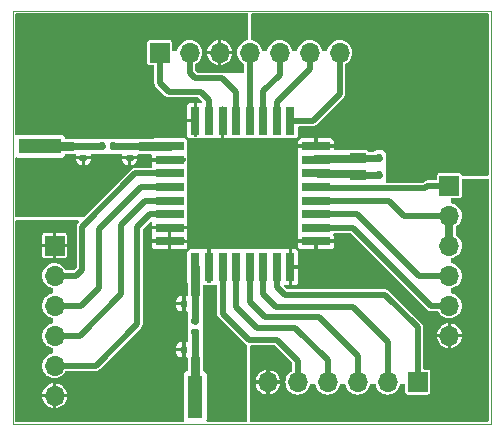
<source format=gtl>
G04 #@! TF.GenerationSoftware,KiCad,Pcbnew,(6.0.4)*
G04 #@! TF.CreationDate,2022-06-22T19:01:53-03:00*
G04 #@! TF.ProjectId,HTLRBL41L-10_Test_board_v3.0_rev1.0,48544c52-424c-4343-914c-2d31305f5465,rev?*
G04 #@! TF.SameCoordinates,Original*
G04 #@! TF.FileFunction,Copper,L1,Top*
G04 #@! TF.FilePolarity,Positive*
%FSLAX46Y46*%
G04 Gerber Fmt 4.6, Leading zero omitted, Abs format (unit mm)*
G04 Created by KiCad (PCBNEW (6.0.4)) date 2022-06-22 19:01:53*
%MOMM*%
%LPD*%
G01*
G04 APERTURE LIST*
G04 Aperture macros list*
%AMRoundRect*
0 Rectangle with rounded corners*
0 $1 Rounding radius*
0 $2 $3 $4 $5 $6 $7 $8 $9 X,Y pos of 4 corners*
0 Add a 4 corners polygon primitive as box body*
4,1,4,$2,$3,$4,$5,$6,$7,$8,$9,$2,$3,0*
0 Add four circle primitives for the rounded corners*
1,1,$1+$1,$2,$3*
1,1,$1+$1,$4,$5*
1,1,$1+$1,$6,$7*
1,1,$1+$1,$8,$9*
0 Add four rect primitives between the rounded corners*
20,1,$1+$1,$2,$3,$4,$5,0*
20,1,$1+$1,$4,$5,$6,$7,0*
20,1,$1+$1,$6,$7,$8,$9,0*
20,1,$1+$1,$8,$9,$2,$3,0*%
%AMFreePoly0*
4,1,6,1.250000,-1.250000,-1.250000,-1.250000,-1.250000,0.500000,-0.500000,1.250000,1.250000,1.250000,1.250000,-1.250000,1.250000,-1.250000,$1*%
G04 Aperture macros list end*
G04 #@! TA.AperFunction,Profile*
%ADD10C,0.050000*%
G04 #@! TD*
G04 #@! TA.AperFunction,SMDPad,CuDef*
%ADD11R,1.400000X0.900000*%
G04 #@! TD*
G04 #@! TA.AperFunction,SMDPad,CuDef*
%ADD12RoundRect,0.147500X-0.147500X-0.172500X0.147500X-0.172500X0.147500X0.172500X-0.147500X0.172500X0*%
G04 #@! TD*
G04 #@! TA.AperFunction,SMDPad,CuDef*
%ADD13RoundRect,0.147500X-0.172500X0.147500X-0.172500X-0.147500X0.172500X-0.147500X0.172500X0.147500X0*%
G04 #@! TD*
G04 #@! TA.AperFunction,SMDPad,CuDef*
%ADD14RoundRect,0.147500X0.147500X0.172500X-0.147500X0.172500X-0.147500X-0.172500X0.147500X-0.172500X0*%
G04 #@! TD*
G04 #@! TA.AperFunction,SMDPad,CuDef*
%ADD15R,3.600000X1.270000*%
G04 #@! TD*
G04 #@! TA.AperFunction,SMDPad,CuDef*
%ADD16R,4.200000X1.350000*%
G04 #@! TD*
G04 #@! TA.AperFunction,SMDPad,CuDef*
%ADD17R,1.350000X4.200000*%
G04 #@! TD*
G04 #@! TA.AperFunction,SMDPad,CuDef*
%ADD18R,1.270000X3.600000*%
G04 #@! TD*
G04 #@! TA.AperFunction,SMDPad,CuDef*
%ADD19R,2.500000X2.500000*%
G04 #@! TD*
G04 #@! TA.AperFunction,SMDPad,CuDef*
%ADD20R,2.400000X0.750000*%
G04 #@! TD*
G04 #@! TA.AperFunction,SMDPad,CuDef*
%ADD21R,0.750000X2.400000*%
G04 #@! TD*
G04 #@! TA.AperFunction,SMDPad,CuDef*
%ADD22FreePoly0,0.000000*%
G04 #@! TD*
G04 #@! TA.AperFunction,ComponentPad*
%ADD23R,1.700000X1.700000*%
G04 #@! TD*
G04 #@! TA.AperFunction,ComponentPad*
%ADD24O,1.700000X1.700000*%
G04 #@! TD*
G04 #@! TA.AperFunction,ViaPad*
%ADD25C,0.800000*%
G04 #@! TD*
G04 #@! TA.AperFunction,Conductor*
%ADD26C,0.650000*%
G04 #@! TD*
G04 #@! TA.AperFunction,Conductor*
%ADD27C,0.750000*%
G04 #@! TD*
G04 #@! TA.AperFunction,Conductor*
%ADD28C,0.600000*%
G04 #@! TD*
G04 #@! TA.AperFunction,Conductor*
%ADD29C,0.500000*%
G04 #@! TD*
G04 #@! TA.AperFunction,Conductor*
%ADD30C,0.700000*%
G04 #@! TD*
G04 APERTURE END LIST*
D10*
X100000000Y-75000000D02*
X100000000Y-110000000D01*
X140500000Y-75000000D02*
X100000000Y-75000000D01*
X140500000Y-110000000D02*
X140500000Y-75000000D01*
X100000000Y-110000000D02*
X140500000Y-110000000D01*
D11*
X129220000Y-88950000D03*
X129220000Y-87450000D03*
D12*
X131055000Y-87440000D03*
X132025000Y-87440000D03*
X132025000Y-88940000D03*
X131055000Y-88940000D03*
D13*
X109900000Y-87445000D03*
X109900000Y-86475000D03*
X106000000Y-87440000D03*
X106000000Y-86470000D03*
D14*
X114510000Y-99800000D03*
X115480000Y-99800000D03*
X115480000Y-103700000D03*
X114510000Y-103700000D03*
D15*
X102300000Y-86475000D03*
D16*
X102500000Y-89300000D03*
X102500000Y-83650000D03*
D17*
X112650000Y-107490000D03*
X118300000Y-107490000D03*
D18*
X115475000Y-107690000D03*
D14*
X108500000Y-86475000D03*
X107530000Y-86475000D03*
D13*
X115480000Y-102235000D03*
X115480000Y-101265000D03*
D19*
X122500000Y-93500000D03*
X122500000Y-90500000D03*
X122500000Y-87500000D03*
X119500000Y-93500000D03*
X119500000Y-90500000D03*
D20*
X113300000Y-86475000D03*
X113300000Y-87625000D03*
X113300000Y-88775000D03*
X113300000Y-89925000D03*
X113300000Y-91075000D03*
X113300000Y-92225000D03*
X113300000Y-93375000D03*
X113300000Y-94525000D03*
D21*
X115475000Y-96700000D03*
X116625000Y-96700000D03*
X117775000Y-96700000D03*
X118925000Y-96700000D03*
X120075000Y-96700000D03*
X121225000Y-96700000D03*
X122375000Y-96700000D03*
X123525000Y-96700000D03*
D20*
X125700000Y-94525000D03*
X125700000Y-93375000D03*
X125700000Y-92225000D03*
X125700000Y-91075000D03*
X125700000Y-89925000D03*
X125700000Y-88775000D03*
X125700000Y-87625000D03*
X125700000Y-86475000D03*
D21*
X123525000Y-84300000D03*
X122375000Y-84300000D03*
X121225000Y-84300000D03*
X120075000Y-84300000D03*
X118925000Y-84300000D03*
X117775000Y-84300000D03*
X116625000Y-84300000D03*
X115475000Y-84300000D03*
D19*
X119500000Y-87500000D03*
X116500000Y-93500000D03*
X116500000Y-90500000D03*
D22*
X116500000Y-87500000D03*
D23*
X103550000Y-94900000D03*
D24*
X103550000Y-97440000D03*
X103550000Y-99980000D03*
X103550000Y-102520000D03*
X103550000Y-105060000D03*
X103550000Y-107600000D03*
X121610000Y-106450000D03*
X124150000Y-106450000D03*
X126690000Y-106450000D03*
X129230000Y-106450000D03*
X131770000Y-106450000D03*
D23*
X134310000Y-106450000D03*
X136980000Y-89820000D03*
D24*
X136980000Y-92360000D03*
X136980000Y-94900000D03*
X136980000Y-97440000D03*
X136980000Y-99980000D03*
X136980000Y-102520000D03*
D23*
X112453000Y-78550000D03*
D24*
X114993000Y-78550000D03*
X117533000Y-78550000D03*
X120073000Y-78550000D03*
X122613000Y-78550000D03*
X125153000Y-78550000D03*
X127693000Y-78550000D03*
D25*
X116570000Y-103440000D03*
X116570000Y-100290000D03*
X114420000Y-101230000D03*
X116570000Y-105040000D03*
X114420000Y-102400000D03*
X114420000Y-98630000D03*
X116570000Y-101840000D03*
X116570000Y-98740000D03*
X114420000Y-105060000D03*
X118700000Y-88320000D03*
X115700000Y-88320000D03*
X111220000Y-87590000D03*
X111170000Y-85370000D03*
X109570000Y-85370000D03*
X108560000Y-87590000D03*
X107390000Y-87590000D03*
X107970000Y-85370000D03*
X104870000Y-85370000D03*
X104880000Y-87590000D03*
X106420000Y-85370000D03*
X121700000Y-88320000D03*
X117300000Y-86700000D03*
X120300000Y-86700000D03*
X123300000Y-86700000D03*
X120310000Y-89690000D03*
X121710000Y-91310000D03*
X118710000Y-91310000D03*
X117310000Y-89690000D03*
X123310000Y-89690000D03*
X115710000Y-91310000D03*
X121720000Y-94320000D03*
X118720000Y-94320000D03*
X117320000Y-92700000D03*
X123320000Y-92700000D03*
X115720000Y-94320000D03*
X120320000Y-92700000D03*
D26*
X125930000Y-88800000D02*
X125956000Y-88826000D01*
X125956000Y-88826000D02*
X129189000Y-88826000D01*
X125711000Y-87574000D02*
X129084000Y-87574000D01*
X125695000Y-87590000D02*
X125711000Y-87574000D01*
D27*
X115480000Y-104390000D02*
X115480000Y-107685000D01*
D28*
X115480000Y-104390000D02*
X115480000Y-103700000D01*
X115480000Y-103700000D02*
X115480000Y-102235000D01*
D29*
X126690000Y-104590000D02*
X126690000Y-106450000D01*
X123930000Y-101830000D02*
X126690000Y-104590000D01*
X118925000Y-96700000D02*
X118925000Y-100085000D01*
X120670000Y-101830000D02*
X123930000Y-101830000D01*
X118925000Y-100085000D02*
X120670000Y-101830000D01*
X121225000Y-84300000D02*
X121225000Y-81805000D01*
X122613000Y-80417000D02*
X122613000Y-78680000D01*
X121225000Y-81805000D02*
X122613000Y-80417000D01*
X120075000Y-78682000D02*
X120073000Y-78680000D01*
X120075000Y-84300000D02*
X120075000Y-78682000D01*
D27*
X113300000Y-86475000D02*
X110760000Y-86475000D01*
D28*
X110760000Y-86475000D02*
X109900000Y-86475000D01*
X109900000Y-86475000D02*
X108500000Y-86475000D01*
X115475000Y-99795000D02*
X115480000Y-99800000D01*
X115475000Y-98965000D02*
X115475000Y-99795000D01*
D27*
X115475000Y-96700000D02*
X115475000Y-98965000D01*
D28*
X115480000Y-101265000D02*
X115480000Y-99800000D01*
D29*
X123525000Y-84300000D02*
X125440000Y-84300000D01*
X127693000Y-82047000D02*
X127693000Y-78680000D01*
X125440000Y-84300000D02*
X127693000Y-82047000D01*
X122375000Y-84300000D02*
X122375000Y-82735000D01*
X125153000Y-79957000D02*
X125153000Y-78680000D01*
X122375000Y-82735000D02*
X125153000Y-79957000D01*
X131550000Y-99050000D02*
X134310000Y-101810000D01*
X122375000Y-96700000D02*
X122375000Y-98385000D01*
X134310000Y-101810000D02*
X134310000Y-106450000D01*
X123040000Y-99050000D02*
X131550000Y-99050000D01*
X122375000Y-98385000D02*
X123040000Y-99050000D01*
X124150000Y-104620000D02*
X124150000Y-106450000D01*
X122390000Y-102860000D02*
X124150000Y-104620000D01*
X119990000Y-102860000D02*
X122390000Y-102860000D01*
X117775000Y-96700000D02*
X117775000Y-100645000D01*
X117775000Y-100645000D02*
X119990000Y-102860000D01*
X131770000Y-103030000D02*
X131770000Y-106450000D01*
X122300000Y-100060000D02*
X128800000Y-100060000D01*
X121225000Y-96700000D02*
X121225000Y-98985000D01*
X128800000Y-100060000D02*
X131770000Y-103030000D01*
X121225000Y-98985000D02*
X122300000Y-100060000D01*
X112453000Y-81113000D02*
X112453000Y-78680000D01*
X115915000Y-81890000D02*
X113230000Y-81890000D01*
X116625000Y-84300000D02*
X116625000Y-82600000D01*
X113230000Y-81890000D02*
X112453000Y-81113000D01*
X116625000Y-82600000D02*
X115915000Y-81890000D01*
X129230000Y-104240000D02*
X129230000Y-106450000D01*
X125950000Y-100960000D02*
X129230000Y-104240000D01*
X121330000Y-100960000D02*
X125950000Y-100960000D01*
X120075000Y-96700000D02*
X120075000Y-99705000D01*
X120075000Y-99705000D02*
X121330000Y-100960000D01*
X114993000Y-80263000D02*
X114993000Y-78680000D01*
X117750000Y-80700000D02*
X115430000Y-80700000D01*
X115430000Y-80700000D02*
X114993000Y-80263000D01*
X118925000Y-84300000D02*
X118925000Y-81875000D01*
X118925000Y-81875000D02*
X117750000Y-80700000D01*
X135170000Y-89820000D02*
X136980000Y-89820000D01*
X135030000Y-89960000D02*
X135170000Y-89820000D01*
X125700000Y-89925000D02*
X125735000Y-89960000D01*
X134950000Y-90040000D02*
X135030000Y-89960000D01*
X126260000Y-90040000D02*
X134950000Y-90040000D01*
X107290000Y-93470000D02*
X110835000Y-89925000D01*
X107290000Y-98500000D02*
X107290000Y-93470000D01*
X103550000Y-99980000D02*
X105810000Y-99980000D01*
X110835000Y-89925000D02*
X113300000Y-89925000D01*
X105810000Y-99980000D02*
X107290000Y-98500000D01*
X105880000Y-96940000D02*
X105380000Y-97440000D01*
X105880000Y-93280000D02*
X105880000Y-96940000D01*
X105380000Y-97440000D02*
X103550000Y-97440000D01*
X113300000Y-88775000D02*
X110385000Y-88775000D01*
X110385000Y-88775000D02*
X105880000Y-93280000D01*
X135420000Y-99980000D02*
X136980000Y-99980000D01*
X125700000Y-93375000D02*
X128815000Y-93375000D01*
X128815000Y-93375000D02*
X135420000Y-99980000D01*
X125700000Y-92225000D02*
X129165000Y-92225000D01*
X134380000Y-97440000D02*
X136980000Y-97440000D01*
X129165000Y-92225000D02*
X134380000Y-97440000D01*
D30*
X136980000Y-94900000D02*
X136980000Y-92360000D01*
D29*
X136980000Y-92360000D02*
X133160000Y-92360000D01*
X131875000Y-91075000D02*
X125700000Y-91075000D01*
X133160000Y-92360000D02*
X131875000Y-91075000D01*
X128985000Y-88765000D02*
X129220000Y-89000000D01*
D28*
X129220000Y-88940000D02*
X131055000Y-88940000D01*
D29*
X129105000Y-87615000D02*
X129220000Y-87500000D01*
D28*
X129220000Y-87440000D02*
X131055000Y-87440000D01*
D27*
X105030000Y-86460000D02*
X102145000Y-86460000D01*
D28*
X105990000Y-86460000D02*
X106000000Y-86470000D01*
X105030000Y-86460000D02*
X105990000Y-86460000D01*
X106005000Y-86475000D02*
X106000000Y-86470000D01*
X107530000Y-86475000D02*
X106005000Y-86475000D01*
D29*
X103560000Y-105050000D02*
X103550000Y-105060000D01*
X111665000Y-92225000D02*
X110570000Y-93320000D01*
X107031998Y-105050000D02*
X103560000Y-105050000D01*
X110570000Y-93320000D02*
X110570000Y-101511998D01*
X113300000Y-92225000D02*
X111665000Y-92225000D01*
X110570000Y-101511998D02*
X107031998Y-105050000D01*
X103550000Y-102520000D02*
X105690000Y-102520000D01*
X105690000Y-102520000D02*
X109180000Y-99030000D01*
X109180000Y-99030000D02*
X109180000Y-93120000D01*
X111225000Y-91075000D02*
X113300000Y-91075000D01*
X109180000Y-93120000D02*
X111225000Y-91075000D01*
G04 #@! TA.AperFunction,Conductor*
G36*
X117283691Y-98218907D02*
G01*
X117319655Y-98268407D01*
X117324500Y-98299000D01*
X117324500Y-100612373D01*
X117323814Y-100624009D01*
X117319636Y-100659310D01*
X117330064Y-100716404D01*
X117330248Y-100717414D01*
X117330758Y-100720476D01*
X117339551Y-100778962D01*
X117342679Y-100785475D01*
X117343975Y-100792573D01*
X117347386Y-100799139D01*
X117371198Y-100844980D01*
X117372588Y-100847762D01*
X117394987Y-100894408D01*
X117394989Y-100894411D01*
X117398191Y-100901079D01*
X117402297Y-100905521D01*
X117403820Y-100907781D01*
X117406421Y-100912788D01*
X117410725Y-100917828D01*
X117448357Y-100955460D01*
X117451051Y-100958263D01*
X117485124Y-100995124D01*
X117485127Y-100995126D01*
X117490146Y-101000556D01*
X117496210Y-101004078D01*
X117503535Y-101010638D01*
X119648381Y-103155484D01*
X119656122Y-103164196D01*
X119678128Y-103192110D01*
X119684215Y-103196317D01*
X119726741Y-103225708D01*
X119729272Y-103227517D01*
X119770861Y-103258236D01*
X119770863Y-103258237D01*
X119776816Y-103262634D01*
X119783632Y-103265027D01*
X119789151Y-103268842D01*
X119789553Y-103269120D01*
X119789498Y-103269200D01*
X119829898Y-103310878D01*
X119840000Y-103354445D01*
X119840000Y-109700500D01*
X119821093Y-109758691D01*
X119771593Y-109794655D01*
X119741000Y-109799500D01*
X116507459Y-109799500D01*
X116449268Y-109780593D01*
X116413304Y-109731093D01*
X116413304Y-109669907D01*
X116418516Y-109657024D01*
X116447161Y-109598422D01*
X116450536Y-109591518D01*
X116451645Y-109583916D01*
X116451646Y-109583913D01*
X116459983Y-109526763D01*
X116459983Y-109526761D01*
X116460500Y-109523218D01*
X116460500Y-105856782D01*
X116459490Y-105849915D01*
X116451479Y-105795501D01*
X116451478Y-105795499D01*
X116450358Y-105787888D01*
X116398932Y-105683145D01*
X116316350Y-105600707D01*
X116211518Y-105549464D01*
X116182290Y-105545200D01*
X116127438Y-105518090D01*
X116098997Y-105463917D01*
X116097582Y-105447171D01*
X116099591Y-102450253D01*
X116100030Y-102441006D01*
X116100281Y-102438349D01*
X116100281Y-102438343D01*
X116100500Y-102436029D01*
X116100499Y-102033972D01*
X116100278Y-102031639D01*
X116100169Y-102029322D01*
X116100189Y-102029321D01*
X116099877Y-102022664D01*
X116100247Y-101471316D01*
X116100331Y-101467818D01*
X116100500Y-101466029D01*
X116100499Y-101095622D01*
X116100737Y-100740759D01*
X116102374Y-98298934D01*
X116121320Y-98240756D01*
X116170844Y-98204825D01*
X116201374Y-98200000D01*
X117225500Y-98200000D01*
X117283691Y-98218907D01*
G37*
G04 #@! TD.AperFunction*
G04 #@! TA.AperFunction,Conductor*
G36*
X119929191Y-75219407D02*
G01*
X119965155Y-75268907D01*
X119970000Y-75299500D01*
X119970000Y-77414087D01*
X119951093Y-77472278D01*
X119901593Y-77508242D01*
X119884770Y-77511695D01*
X119884784Y-77511767D01*
X119880023Y-77512675D01*
X119875203Y-77513114D01*
X119677572Y-77571280D01*
X119673288Y-77573519D01*
X119673287Y-77573520D01*
X119605528Y-77608944D01*
X119495002Y-77666726D01*
X119491231Y-77669758D01*
X119338220Y-77792781D01*
X119338217Y-77792783D01*
X119334447Y-77795815D01*
X119331333Y-77799526D01*
X119331332Y-77799527D01*
X119322287Y-77810307D01*
X119202024Y-77953630D01*
X119199689Y-77957878D01*
X119199688Y-77957879D01*
X119192955Y-77970126D01*
X119102776Y-78134162D01*
X119101313Y-78138775D01*
X119101311Y-78138779D01*
X119098466Y-78147749D01*
X119040484Y-78330532D01*
X119039944Y-78335344D01*
X119039944Y-78335345D01*
X119027084Y-78450000D01*
X119017520Y-78535262D01*
X119017925Y-78540082D01*
X119034347Y-78735643D01*
X119034759Y-78740553D01*
X119091544Y-78938586D01*
X119185712Y-79121818D01*
X119313677Y-79283270D01*
X119317357Y-79286402D01*
X119317359Y-79286404D01*
X119430017Y-79382283D01*
X119470564Y-79416791D01*
X119474787Y-79419151D01*
X119474791Y-79419154D01*
X119573798Y-79474487D01*
X119615370Y-79519381D01*
X119624500Y-79560906D01*
X119624500Y-80151000D01*
X119605593Y-80209191D01*
X119556093Y-80245155D01*
X119525500Y-80250000D01*
X117824909Y-80250000D01*
X117817142Y-80249695D01*
X117816929Y-80249678D01*
X117814663Y-80249500D01*
X117761459Y-80249500D01*
X117757572Y-80249424D01*
X117707397Y-80247452D01*
X117707394Y-80247452D01*
X117700006Y-80247162D01*
X117693228Y-80248959D01*
X117683403Y-80249500D01*
X115657611Y-80249500D01*
X115599420Y-80230593D01*
X115587607Y-80220504D01*
X115472496Y-80105393D01*
X115444719Y-80050876D01*
X115443500Y-80035389D01*
X115443500Y-79560309D01*
X115462407Y-79502118D01*
X115497864Y-79471943D01*
X115554285Y-79443443D01*
X115554288Y-79443441D01*
X115558610Y-79441258D01*
X115586902Y-79419154D01*
X115717135Y-79317406D01*
X115717139Y-79317402D01*
X115720951Y-79314424D01*
X115724433Y-79310391D01*
X115780313Y-79245651D01*
X115855564Y-79158472D01*
X115874385Y-79125341D01*
X115954934Y-78983550D01*
X115954935Y-78983547D01*
X115957323Y-78979344D01*
X115958920Y-78974546D01*
X116020824Y-78788454D01*
X116020824Y-78788452D01*
X116022351Y-78783863D01*
X116022966Y-78779000D01*
X116031702Y-78709846D01*
X116492681Y-78709846D01*
X116494847Y-78735643D01*
X116496585Y-78745112D01*
X116550674Y-78933743D01*
X116554225Y-78942711D01*
X116643919Y-79117236D01*
X116649142Y-79125341D01*
X116771037Y-79279134D01*
X116777720Y-79286055D01*
X116927164Y-79413241D01*
X116935078Y-79418742D01*
X117106373Y-79514475D01*
X117115201Y-79518332D01*
X117301836Y-79578973D01*
X117311239Y-79581041D01*
X117367431Y-79587741D01*
X117380516Y-79585151D01*
X117381954Y-79583597D01*
X117383000Y-79578841D01*
X117383000Y-79575928D01*
X117683000Y-79575928D01*
X117687122Y-79588613D01*
X117689735Y-79590512D01*
X117692679Y-79590863D01*
X117711384Y-79589424D01*
X117720877Y-79587750D01*
X117909882Y-79534978D01*
X117918862Y-79531496D01*
X118094020Y-79443017D01*
X118102155Y-79437854D01*
X118256787Y-79317042D01*
X118263771Y-79310391D01*
X118391990Y-79161848D01*
X118397546Y-79153973D01*
X118494471Y-78983353D01*
X118498392Y-78974546D01*
X118560334Y-78788346D01*
X118562469Y-78778945D01*
X118570477Y-78715556D01*
X118567977Y-78702454D01*
X118566567Y-78701130D01*
X118561512Y-78700000D01*
X117698680Y-78700000D01*
X117685995Y-78704122D01*
X117683000Y-78708243D01*
X117683000Y-79575928D01*
X117383000Y-79575928D01*
X117383000Y-78715680D01*
X117378878Y-78702995D01*
X117374757Y-78700000D01*
X116507534Y-78700000D01*
X116494849Y-78704122D01*
X116493058Y-78706586D01*
X116492681Y-78709846D01*
X116031702Y-78709846D01*
X116047823Y-78582228D01*
X116048171Y-78579474D01*
X116048583Y-78550000D01*
X116037798Y-78440000D01*
X116032348Y-78384417D01*
X116494943Y-78384417D01*
X116497625Y-78397484D01*
X116499328Y-78399039D01*
X116503774Y-78400000D01*
X117367320Y-78400000D01*
X117380005Y-78395878D01*
X117383000Y-78391757D01*
X117383000Y-78384320D01*
X117683000Y-78384320D01*
X117687122Y-78397005D01*
X117691243Y-78400000D01*
X118557693Y-78400000D01*
X118570378Y-78395878D01*
X118571952Y-78393712D01*
X118572375Y-78389820D01*
X118568460Y-78349886D01*
X118566587Y-78340431D01*
X118509869Y-78152572D01*
X118506199Y-78143668D01*
X118414072Y-77970401D01*
X118408740Y-77962376D01*
X118284716Y-77810307D01*
X118277922Y-77803466D01*
X118126721Y-77678381D01*
X118118738Y-77672997D01*
X117946114Y-77579660D01*
X117937243Y-77575931D01*
X117749775Y-77517900D01*
X117740341Y-77515963D01*
X117698594Y-77511575D01*
X117685547Y-77514348D01*
X117683881Y-77516198D01*
X117683000Y-77520343D01*
X117683000Y-78384320D01*
X117383000Y-78384320D01*
X117383000Y-77524946D01*
X117378878Y-77512261D01*
X117376563Y-77510578D01*
X117372987Y-77510177D01*
X117340117Y-77513168D01*
X117330654Y-77514974D01*
X117142407Y-77570378D01*
X117133466Y-77573991D01*
X116959573Y-77664899D01*
X116951497Y-77670184D01*
X116798571Y-77793140D01*
X116791687Y-77799881D01*
X116665551Y-77950205D01*
X116660104Y-77958159D01*
X116565573Y-78130111D01*
X116561773Y-78138976D01*
X116502439Y-78326021D01*
X116500435Y-78335449D01*
X116494943Y-78384417D01*
X116032348Y-78384417D01*
X116028952Y-78349780D01*
X116028951Y-78349776D01*
X116028480Y-78344970D01*
X116027081Y-78340334D01*
X115970333Y-78152380D01*
X115968935Y-78147749D01*
X115872218Y-77965849D01*
X115742011Y-77806200D01*
X115595639Y-77685110D01*
X115587002Y-77677965D01*
X115587000Y-77677964D01*
X115583275Y-77674882D01*
X115402055Y-77576897D01*
X115332764Y-77555448D01*
X115209875Y-77517407D01*
X115209871Y-77517406D01*
X115205254Y-77515977D01*
X115200446Y-77515472D01*
X115200443Y-77515471D01*
X115005185Y-77494949D01*
X115005183Y-77494949D01*
X115000369Y-77494443D01*
X114944800Y-77499500D01*
X114800022Y-77512675D01*
X114800017Y-77512676D01*
X114795203Y-77513114D01*
X114597572Y-77571280D01*
X114593288Y-77573519D01*
X114593287Y-77573520D01*
X114525528Y-77608944D01*
X114415002Y-77666726D01*
X114411231Y-77669758D01*
X114258220Y-77792781D01*
X114258217Y-77792783D01*
X114254447Y-77795815D01*
X114251333Y-77799526D01*
X114251332Y-77799527D01*
X114242287Y-77810307D01*
X114122024Y-77953630D01*
X114119689Y-77957878D01*
X114119688Y-77957879D01*
X114112955Y-77970126D01*
X114022776Y-78134162D01*
X114021313Y-78138775D01*
X114021311Y-78138779D01*
X114018466Y-78147749D01*
X113960484Y-78330532D01*
X113959945Y-78335341D01*
X113959944Y-78335344D01*
X113956950Y-78362037D01*
X113931673Y-78417757D01*
X113878473Y-78447978D01*
X113858567Y-78450000D01*
X113602500Y-78450000D01*
X113544309Y-78431093D01*
X113508345Y-78381593D01*
X113503500Y-78351000D01*
X113503500Y-77680252D01*
X113491867Y-77621769D01*
X113447552Y-77555448D01*
X113381231Y-77511133D01*
X113371668Y-77509231D01*
X113371666Y-77509230D01*
X113347819Y-77504487D01*
X113322748Y-77499500D01*
X111583252Y-77499500D01*
X111558181Y-77504487D01*
X111534334Y-77509230D01*
X111534332Y-77509231D01*
X111524769Y-77511133D01*
X111458448Y-77555448D01*
X111414133Y-77621769D01*
X111402500Y-77680252D01*
X111402500Y-79419748D01*
X111414133Y-79478231D01*
X111458448Y-79544552D01*
X111524769Y-79588867D01*
X111534332Y-79590769D01*
X111534334Y-79590770D01*
X111557005Y-79595279D01*
X111583252Y-79600500D01*
X111903500Y-79600500D01*
X111961691Y-79619407D01*
X111997655Y-79668907D01*
X112002500Y-79699500D01*
X112002500Y-81080373D01*
X112001814Y-81092009D01*
X111997636Y-81127310D01*
X111998965Y-81134586D01*
X111998965Y-81134589D01*
X112008248Y-81185414D01*
X112008758Y-81188476D01*
X112017551Y-81246962D01*
X112020679Y-81253475D01*
X112021975Y-81260573D01*
X112025386Y-81267139D01*
X112049198Y-81312980D01*
X112050588Y-81315762D01*
X112072987Y-81362408D01*
X112072989Y-81362411D01*
X112076191Y-81369079D01*
X112080297Y-81373521D01*
X112081820Y-81375781D01*
X112084421Y-81380788D01*
X112088725Y-81385828D01*
X112126357Y-81423460D01*
X112129051Y-81426263D01*
X112163124Y-81463124D01*
X112163127Y-81463126D01*
X112168146Y-81468556D01*
X112174210Y-81472078D01*
X112181535Y-81478638D01*
X112888381Y-82185484D01*
X112896122Y-82194196D01*
X112918128Y-82222110D01*
X112963354Y-82253368D01*
X112966737Y-82255706D01*
X112969264Y-82257513D01*
X113010860Y-82288235D01*
X113010864Y-82288237D01*
X113016817Y-82292634D01*
X113023631Y-82295027D01*
X113029569Y-82299131D01*
X113085914Y-82316951D01*
X113088850Y-82317930D01*
X113144631Y-82337519D01*
X113150668Y-82337756D01*
X113153352Y-82338279D01*
X113158730Y-82339980D01*
X113165337Y-82340500D01*
X113218541Y-82340500D01*
X113222428Y-82340576D01*
X113272603Y-82342548D01*
X113272606Y-82342548D01*
X113279994Y-82342838D01*
X113286772Y-82341041D01*
X113296597Y-82340500D01*
X115687389Y-82340500D01*
X115745580Y-82359407D01*
X115757393Y-82369496D01*
X116030409Y-82642512D01*
X116058186Y-82697029D01*
X116048615Y-82757461D01*
X116005350Y-82800726D01*
X115944918Y-82810297D01*
X115934406Y-82807197D01*
X115934199Y-82807957D01*
X115912815Y-82802127D01*
X115897420Y-82800332D01*
X115891708Y-82800000D01*
X115640680Y-82800000D01*
X115627995Y-82804122D01*
X115625000Y-82808243D01*
X115625000Y-85601000D01*
X115606093Y-85659191D01*
X115556593Y-85695155D01*
X115526000Y-85700000D01*
X115424000Y-85700000D01*
X115365809Y-85681093D01*
X115329845Y-85631593D01*
X115325000Y-85601000D01*
X115325000Y-84465680D01*
X115320878Y-84452995D01*
X115316757Y-84450000D01*
X114815680Y-84450000D01*
X114802995Y-84454122D01*
X114800000Y-84458243D01*
X114800000Y-85541639D01*
X114800346Y-85547485D01*
X114802234Y-85563353D01*
X114806128Y-85577519D01*
X114844770Y-85664514D01*
X114854946Y-85679321D01*
X114921108Y-85745367D01*
X114935931Y-85755517D01*
X115022980Y-85794000D01*
X115037185Y-85797873D01*
X115052580Y-85799668D01*
X115058292Y-85800000D01*
X116196747Y-85800000D01*
X116202488Y-85800167D01*
X116202507Y-85800168D01*
X116205354Y-85800500D01*
X117044646Y-85800500D01*
X117047442Y-85800167D01*
X117053075Y-85800000D01*
X117609320Y-85800000D01*
X117622005Y-85795878D01*
X117625000Y-85791757D01*
X117625000Y-83199000D01*
X117643907Y-83140809D01*
X117693407Y-83104845D01*
X117724000Y-83100000D01*
X117826000Y-83100000D01*
X117884191Y-83118907D01*
X117920155Y-83168407D01*
X117925000Y-83199000D01*
X117925000Y-85784320D01*
X117929122Y-85797005D01*
X117933243Y-85800000D01*
X118496747Y-85800000D01*
X118502488Y-85800167D01*
X118502507Y-85800168D01*
X118505354Y-85800500D01*
X119344646Y-85800500D01*
X119347442Y-85800167D01*
X119353075Y-85800000D01*
X119646747Y-85800000D01*
X119652488Y-85800167D01*
X119652507Y-85800168D01*
X119655354Y-85800500D01*
X120494646Y-85800500D01*
X120497442Y-85800167D01*
X120503075Y-85800000D01*
X120796747Y-85800000D01*
X120802488Y-85800167D01*
X120802507Y-85800168D01*
X120805354Y-85800500D01*
X121644646Y-85800500D01*
X121647442Y-85800167D01*
X121653075Y-85800000D01*
X121946747Y-85800000D01*
X121952488Y-85800167D01*
X121952507Y-85800168D01*
X121955354Y-85800500D01*
X122794646Y-85800500D01*
X122797442Y-85800167D01*
X122803075Y-85800000D01*
X123096747Y-85800000D01*
X123102488Y-85800167D01*
X123102507Y-85800168D01*
X123105354Y-85800500D01*
X123944646Y-85800500D01*
X123961049Y-85798548D01*
X123963469Y-85798260D01*
X123963470Y-85798260D01*
X123970846Y-85797382D01*
X124073153Y-85751939D01*
X124094075Y-85730981D01*
X124113024Y-85711998D01*
X124152241Y-85672713D01*
X124172290Y-85627364D01*
X124194496Y-85577136D01*
X124194496Y-85577134D01*
X124197506Y-85570327D01*
X124200500Y-85544646D01*
X124200500Y-84849500D01*
X124219407Y-84791309D01*
X124268907Y-84755345D01*
X124299500Y-84750500D01*
X125407373Y-84750500D01*
X125419009Y-84751186D01*
X125454310Y-84755364D01*
X125461586Y-84754035D01*
X125461589Y-84754035D01*
X125492288Y-84748428D01*
X125512430Y-84744749D01*
X125515476Y-84744242D01*
X125573962Y-84735449D01*
X125580475Y-84732321D01*
X125587573Y-84731025D01*
X125639982Y-84703801D01*
X125642762Y-84702412D01*
X125689408Y-84680013D01*
X125689411Y-84680011D01*
X125696079Y-84676809D01*
X125700521Y-84672703D01*
X125702781Y-84671180D01*
X125707788Y-84668579D01*
X125712828Y-84664275D01*
X125750460Y-84626643D01*
X125753263Y-84623949D01*
X125790124Y-84589876D01*
X125790126Y-84589873D01*
X125795556Y-84584854D01*
X125799078Y-84578790D01*
X125805638Y-84571465D01*
X127988484Y-82388619D01*
X127997197Y-82380877D01*
X128019299Y-82363453D01*
X128025110Y-82358872D01*
X128058714Y-82310251D01*
X128060517Y-82307728D01*
X128091236Y-82266139D01*
X128091237Y-82266137D01*
X128095634Y-82260184D01*
X128098027Y-82253368D01*
X128102131Y-82247431D01*
X128104525Y-82239863D01*
X128119951Y-82191085D01*
X128120918Y-82188186D01*
X128140519Y-82132369D01*
X128140756Y-82126327D01*
X128141277Y-82123653D01*
X128142980Y-82118270D01*
X128143500Y-82111663D01*
X128143500Y-82058459D01*
X128143576Y-82054572D01*
X128145547Y-82004399D01*
X128145838Y-81997006D01*
X128144041Y-81990227D01*
X128143500Y-81980407D01*
X128143500Y-79560309D01*
X128162407Y-79502118D01*
X128197864Y-79471943D01*
X128254285Y-79443443D01*
X128254288Y-79443441D01*
X128258610Y-79441258D01*
X128286902Y-79419154D01*
X128417135Y-79317406D01*
X128417139Y-79317402D01*
X128420951Y-79314424D01*
X128424433Y-79310391D01*
X128480313Y-79245651D01*
X128555564Y-79158472D01*
X128574385Y-79125341D01*
X128654934Y-78983550D01*
X128654935Y-78983547D01*
X128657323Y-78979344D01*
X128658920Y-78974546D01*
X128720824Y-78788454D01*
X128720824Y-78788452D01*
X128722351Y-78783863D01*
X128722966Y-78779000D01*
X128747823Y-78582228D01*
X128748171Y-78579474D01*
X128748583Y-78550000D01*
X128737798Y-78440000D01*
X128728952Y-78349780D01*
X128728951Y-78349776D01*
X128728480Y-78344970D01*
X128727081Y-78340334D01*
X128670333Y-78152380D01*
X128668935Y-78147749D01*
X128572218Y-77965849D01*
X128442011Y-77806200D01*
X128295639Y-77685110D01*
X128287002Y-77677965D01*
X128287000Y-77677964D01*
X128283275Y-77674882D01*
X128102055Y-77576897D01*
X128032764Y-77555448D01*
X127909875Y-77517407D01*
X127909871Y-77517406D01*
X127905254Y-77515977D01*
X127900446Y-77515472D01*
X127900443Y-77515471D01*
X127705185Y-77494949D01*
X127705183Y-77494949D01*
X127700369Y-77494443D01*
X127644800Y-77499500D01*
X127500022Y-77512675D01*
X127500017Y-77512676D01*
X127495203Y-77513114D01*
X127297572Y-77571280D01*
X127293288Y-77573519D01*
X127293287Y-77573520D01*
X127225528Y-77608944D01*
X127115002Y-77666726D01*
X127111231Y-77669758D01*
X126958220Y-77792781D01*
X126958217Y-77792783D01*
X126954447Y-77795815D01*
X126951333Y-77799526D01*
X126951332Y-77799527D01*
X126942287Y-77810307D01*
X126822024Y-77953630D01*
X126819689Y-77957878D01*
X126819688Y-77957879D01*
X126812955Y-77970126D01*
X126722776Y-78134162D01*
X126721313Y-78138775D01*
X126721311Y-78138779D01*
X126718466Y-78147749D01*
X126660484Y-78330532D01*
X126658325Y-78349777D01*
X126658072Y-78352035D01*
X126632796Y-78407756D01*
X126579596Y-78437978D01*
X126559689Y-78440000D01*
X126287565Y-78440000D01*
X126229374Y-78421093D01*
X126193410Y-78371593D01*
X126189039Y-78350670D01*
X126188480Y-78344970D01*
X126128935Y-78147749D01*
X126032218Y-77965849D01*
X125902011Y-77806200D01*
X125755639Y-77685110D01*
X125747002Y-77677965D01*
X125747000Y-77677964D01*
X125743275Y-77674882D01*
X125562055Y-77576897D01*
X125492764Y-77555448D01*
X125369875Y-77517407D01*
X125369871Y-77517406D01*
X125365254Y-77515977D01*
X125360446Y-77515472D01*
X125360443Y-77515471D01*
X125165185Y-77494949D01*
X125165183Y-77494949D01*
X125160369Y-77494443D01*
X125104800Y-77499500D01*
X124960022Y-77512675D01*
X124960017Y-77512676D01*
X124955203Y-77513114D01*
X124757572Y-77571280D01*
X124753288Y-77573519D01*
X124753287Y-77573520D01*
X124685528Y-77608944D01*
X124575002Y-77666726D01*
X124571231Y-77669758D01*
X124418220Y-77792781D01*
X124418217Y-77792783D01*
X124414447Y-77795815D01*
X124411333Y-77799526D01*
X124411332Y-77799527D01*
X124402287Y-77810307D01*
X124282024Y-77953630D01*
X124279689Y-77957878D01*
X124279688Y-77957879D01*
X124272955Y-77970126D01*
X124182776Y-78134162D01*
X124181313Y-78138775D01*
X124181311Y-78138779D01*
X124178466Y-78147749D01*
X124120484Y-78330532D01*
X124119945Y-78335341D01*
X124119944Y-78335344D01*
X124116950Y-78362037D01*
X124091673Y-78417757D01*
X124038473Y-78447978D01*
X124018567Y-78450000D01*
X123748546Y-78450000D01*
X123690355Y-78431093D01*
X123654391Y-78381593D01*
X123650018Y-78360658D01*
X123648953Y-78349790D01*
X123648952Y-78349786D01*
X123648480Y-78344970D01*
X123588935Y-78147749D01*
X123492218Y-77965849D01*
X123362011Y-77806200D01*
X123215639Y-77685110D01*
X123207002Y-77677965D01*
X123207000Y-77677964D01*
X123203275Y-77674882D01*
X123022055Y-77576897D01*
X122952764Y-77555448D01*
X122829875Y-77517407D01*
X122829871Y-77517406D01*
X122825254Y-77515977D01*
X122820446Y-77515472D01*
X122820443Y-77515471D01*
X122625185Y-77494949D01*
X122625183Y-77494949D01*
X122620369Y-77494443D01*
X122564800Y-77499500D01*
X122420022Y-77512675D01*
X122420017Y-77512676D01*
X122415203Y-77513114D01*
X122217572Y-77571280D01*
X122213288Y-77573519D01*
X122213287Y-77573520D01*
X122145528Y-77608944D01*
X122035002Y-77666726D01*
X122031231Y-77669758D01*
X121878220Y-77792781D01*
X121878217Y-77792783D01*
X121874447Y-77795815D01*
X121871333Y-77799526D01*
X121871332Y-77799527D01*
X121862287Y-77810307D01*
X121742024Y-77953630D01*
X121739689Y-77957878D01*
X121739688Y-77957879D01*
X121732955Y-77970126D01*
X121642776Y-78134162D01*
X121641313Y-78138775D01*
X121641311Y-78138779D01*
X121638466Y-78147749D01*
X121580484Y-78330532D01*
X121579945Y-78335341D01*
X121579944Y-78335344D01*
X121576950Y-78362037D01*
X121551673Y-78417757D01*
X121498473Y-78447978D01*
X121478567Y-78450000D01*
X121208546Y-78450000D01*
X121150355Y-78431093D01*
X121114391Y-78381593D01*
X121110018Y-78360658D01*
X121108953Y-78349790D01*
X121108952Y-78349786D01*
X121108480Y-78344970D01*
X121048935Y-78147749D01*
X120952218Y-77965849D01*
X120822011Y-77806200D01*
X120675639Y-77685110D01*
X120667002Y-77677965D01*
X120667000Y-77677964D01*
X120663275Y-77674882D01*
X120482055Y-77576897D01*
X120411437Y-77555037D01*
X120289878Y-77517408D01*
X120289875Y-77517407D01*
X120285254Y-77515977D01*
X120285494Y-77515203D01*
X120235892Y-77487024D01*
X120210617Y-77431303D01*
X120210000Y-77420269D01*
X120210000Y-75299500D01*
X120228907Y-75241309D01*
X120278407Y-75205345D01*
X120309000Y-75200500D01*
X140200500Y-75200500D01*
X140258691Y-75219407D01*
X140294655Y-75268907D01*
X140299500Y-75299500D01*
X140299500Y-88881000D01*
X140280593Y-88939191D01*
X140231093Y-88975155D01*
X140200500Y-88980000D01*
X138117665Y-88980000D01*
X138059474Y-88961093D01*
X138023510Y-88911593D01*
X138020942Y-88901750D01*
X138020770Y-88901334D01*
X138018867Y-88891769D01*
X137974552Y-88825448D01*
X137908231Y-88781133D01*
X137898668Y-88779231D01*
X137898666Y-88779230D01*
X137875995Y-88774721D01*
X137849748Y-88769500D01*
X136110252Y-88769500D01*
X136084005Y-88774721D01*
X136061334Y-88779230D01*
X136061332Y-88779231D01*
X136051769Y-88781133D01*
X135985448Y-88825448D01*
X135941133Y-88891769D01*
X135939231Y-88901332D01*
X135939230Y-88901334D01*
X135937190Y-88911593D01*
X135929500Y-88950252D01*
X135929500Y-89270500D01*
X135910593Y-89328691D01*
X135861093Y-89364655D01*
X135830500Y-89369500D01*
X135202627Y-89369500D01*
X135190991Y-89368814D01*
X135182592Y-89367820D01*
X135155690Y-89364636D01*
X135148414Y-89365965D01*
X135148411Y-89365965D01*
X135129057Y-89369500D01*
X135097570Y-89375251D01*
X135094524Y-89375758D01*
X135036038Y-89384551D01*
X135029525Y-89387679D01*
X135022427Y-89388975D01*
X134971308Y-89415529D01*
X134970020Y-89416198D01*
X134967238Y-89417588D01*
X134920592Y-89439987D01*
X134920589Y-89439989D01*
X134913921Y-89443191D01*
X134909479Y-89447297D01*
X134907219Y-89448820D01*
X134902212Y-89451421D01*
X134897172Y-89455725D01*
X134859540Y-89493357D01*
X134856737Y-89496051D01*
X134819876Y-89530124D01*
X134819874Y-89530127D01*
X134814444Y-89535146D01*
X134810922Y-89541210D01*
X134804362Y-89548535D01*
X134792393Y-89560504D01*
X134737876Y-89588281D01*
X134722389Y-89589500D01*
X131749000Y-89589500D01*
X131690809Y-89570593D01*
X131654845Y-89521093D01*
X131650000Y-89490500D01*
X131650000Y-89175992D01*
X131650250Y-89170692D01*
X131650171Y-89170688D01*
X131650282Y-89168338D01*
X131650500Y-89166029D01*
X131650499Y-88713972D01*
X131650280Y-88711654D01*
X131650170Y-88709321D01*
X131650250Y-88709317D01*
X131650000Y-88704024D01*
X131650000Y-87675992D01*
X131650250Y-87670692D01*
X131650171Y-87670688D01*
X131650282Y-87668338D01*
X131650500Y-87666029D01*
X131650499Y-87213972D01*
X131647535Y-87182605D01*
X131602899Y-87055500D01*
X131522862Y-86947138D01*
X131457600Y-86898935D01*
X131420452Y-86871497D01*
X131420451Y-86871497D01*
X131414500Y-86867101D01*
X131287395Y-86822465D01*
X131281388Y-86821897D01*
X131281387Y-86821897D01*
X131258340Y-86819718D01*
X131258330Y-86819718D01*
X131256029Y-86819500D01*
X131055173Y-86819500D01*
X130853972Y-86819501D01*
X130822605Y-86822465D01*
X130695500Y-86867101D01*
X130689549Y-86871497D01*
X130689548Y-86871497D01*
X130623700Y-86920133D01*
X130564882Y-86939500D01*
X130173631Y-86939500D01*
X130115440Y-86920593D01*
X130091316Y-86895503D01*
X130064552Y-86855448D01*
X129998231Y-86811133D01*
X129988668Y-86809231D01*
X129988666Y-86809230D01*
X129965995Y-86804721D01*
X129939748Y-86799500D01*
X128500252Y-86799500D01*
X128498580Y-86799833D01*
X128495175Y-86800000D01*
X127299000Y-86800000D01*
X127240809Y-86781093D01*
X127204845Y-86731593D01*
X127200000Y-86701000D01*
X127200000Y-86640680D01*
X127195878Y-86627995D01*
X127191757Y-86625000D01*
X124215680Y-86625000D01*
X124202995Y-86629122D01*
X124200000Y-86633243D01*
X124200000Y-87196747D01*
X124199833Y-87202488D01*
X124199832Y-87202507D01*
X124199500Y-87205354D01*
X124199500Y-88044646D01*
X124199833Y-88047442D01*
X124200000Y-88053075D01*
X124200000Y-88346747D01*
X124199833Y-88352488D01*
X124199832Y-88352507D01*
X124199500Y-88355354D01*
X124199500Y-89194646D01*
X124199833Y-89197442D01*
X124200000Y-89203075D01*
X124200000Y-89496747D01*
X124199833Y-89502488D01*
X124199832Y-89502507D01*
X124199500Y-89505354D01*
X124199500Y-90344646D01*
X124199833Y-90347442D01*
X124200000Y-90353075D01*
X124200000Y-90646747D01*
X124199833Y-90652488D01*
X124199832Y-90652507D01*
X124199500Y-90655354D01*
X124199500Y-91494646D01*
X124199833Y-91497442D01*
X124200000Y-91503075D01*
X124200000Y-91796747D01*
X124199833Y-91802488D01*
X124199832Y-91802507D01*
X124199500Y-91805354D01*
X124199500Y-92644646D01*
X124199833Y-92647442D01*
X124200000Y-92653075D01*
X124200000Y-92946747D01*
X124199833Y-92952488D01*
X124199832Y-92952507D01*
X124199500Y-92955354D01*
X124199500Y-93794646D01*
X124199833Y-93797442D01*
X124200000Y-93803075D01*
X124200000Y-94359320D01*
X124204122Y-94372005D01*
X124208243Y-94375000D01*
X127184320Y-94375000D01*
X127197005Y-94370878D01*
X127200000Y-94366757D01*
X127200000Y-94108361D01*
X127199654Y-94102515D01*
X127197766Y-94086647D01*
X127193871Y-94072478D01*
X127157633Y-93990893D01*
X127151291Y-93930038D01*
X127157562Y-93910678D01*
X127169147Y-93884472D01*
X127209968Y-93838894D01*
X127259694Y-93825500D01*
X128587389Y-93825500D01*
X128645580Y-93844407D01*
X128657393Y-93854496D01*
X135078381Y-100275484D01*
X135086122Y-100284196D01*
X135108128Y-100312110D01*
X135114215Y-100316317D01*
X135114216Y-100316318D01*
X135156733Y-100345703D01*
X135159263Y-100347511D01*
X135206817Y-100382635D01*
X135213634Y-100385029D01*
X135219569Y-100389131D01*
X135226622Y-100391362D01*
X135226625Y-100391363D01*
X135258390Y-100401409D01*
X135275904Y-100406948D01*
X135278841Y-100407928D01*
X135327648Y-100425068D01*
X135327650Y-100425068D01*
X135334631Y-100427520D01*
X135340673Y-100427758D01*
X135343353Y-100428280D01*
X135348730Y-100429980D01*
X135355337Y-100430500D01*
X135408516Y-100430500D01*
X135412403Y-100430576D01*
X135469994Y-100432839D01*
X135476776Y-100431041D01*
X135486601Y-100430500D01*
X135969933Y-100430500D01*
X136028124Y-100449407D01*
X136057985Y-100484247D01*
X136077023Y-100521290D01*
X136092712Y-100551818D01*
X136220677Y-100713270D01*
X136224357Y-100716402D01*
X136224359Y-100716404D01*
X136305518Y-100785475D01*
X136377564Y-100846791D01*
X136381787Y-100849151D01*
X136381791Y-100849154D01*
X136498702Y-100914493D01*
X136557398Y-100947297D01*
X136561996Y-100948791D01*
X136748724Y-101009463D01*
X136748726Y-101009464D01*
X136753329Y-101010959D01*
X136957894Y-101035351D01*
X136962716Y-101034980D01*
X136962719Y-101034980D01*
X137030541Y-101029761D01*
X137163300Y-101019546D01*
X137361725Y-100964145D01*
X137366038Y-100961966D01*
X137366044Y-100961964D01*
X137541289Y-100873441D01*
X137541291Y-100873440D01*
X137545610Y-100871258D01*
X137576927Y-100846791D01*
X137704135Y-100747406D01*
X137704139Y-100747402D01*
X137707951Y-100744424D01*
X137731266Y-100717414D01*
X137787761Y-100651962D01*
X137842564Y-100588472D01*
X137856151Y-100564555D01*
X137941934Y-100413550D01*
X137941935Y-100413547D01*
X137944323Y-100409344D01*
X137948010Y-100398263D01*
X138007824Y-100218454D01*
X138007824Y-100218452D01*
X138009351Y-100213863D01*
X138010186Y-100207259D01*
X138034823Y-100012228D01*
X138035171Y-100009474D01*
X138035583Y-99980000D01*
X138028364Y-99906370D01*
X138015952Y-99779780D01*
X138015951Y-99779776D01*
X138015480Y-99774970D01*
X138011079Y-99760391D01*
X137976845Y-99647005D01*
X137955935Y-99577749D01*
X137859218Y-99395849D01*
X137729011Y-99236200D01*
X137724965Y-99232853D01*
X137574002Y-99107965D01*
X137574000Y-99107964D01*
X137570275Y-99104882D01*
X137389055Y-99006897D01*
X137273701Y-98971189D01*
X137196875Y-98947407D01*
X137196871Y-98947406D01*
X137192254Y-98945977D01*
X137187438Y-98945471D01*
X137187434Y-98945470D01*
X137178649Y-98944546D01*
X137122754Y-98919659D01*
X137092163Y-98866670D01*
X137090000Y-98846089D01*
X137090000Y-98575062D01*
X137108907Y-98516871D01*
X137158407Y-98480907D01*
X137163337Y-98479678D01*
X137163300Y-98479546D01*
X137181502Y-98474464D01*
X137361725Y-98424145D01*
X137366038Y-98421966D01*
X137366044Y-98421964D01*
X137541289Y-98333441D01*
X137541291Y-98333440D01*
X137545610Y-98331258D01*
X137586983Y-98298934D01*
X137704135Y-98207406D01*
X137704139Y-98207402D01*
X137707951Y-98204424D01*
X137712057Y-98199668D01*
X137769590Y-98133014D01*
X137842564Y-98048472D01*
X137861231Y-98015613D01*
X137941934Y-97873550D01*
X137941935Y-97873547D01*
X137944323Y-97869344D01*
X137950495Y-97850792D01*
X138007824Y-97678454D01*
X138007824Y-97678452D01*
X138009351Y-97673863D01*
X138035171Y-97469474D01*
X138035583Y-97440000D01*
X138020054Y-97281619D01*
X138015952Y-97239780D01*
X138015951Y-97239776D01*
X138015480Y-97234970D01*
X138005145Y-97200737D01*
X137957333Y-97042380D01*
X137955935Y-97037749D01*
X137859218Y-96855849D01*
X137729011Y-96696200D01*
X137570275Y-96564882D01*
X137389055Y-96466897D01*
X137192254Y-96405977D01*
X137192781Y-96404276D01*
X137145896Y-96377645D01*
X137120618Y-96321925D01*
X137120000Y-96310885D01*
X137120000Y-96026781D01*
X137138907Y-95968590D01*
X137192377Y-95931428D01*
X137278783Y-95907303D01*
X137361725Y-95884145D01*
X137366038Y-95881966D01*
X137366044Y-95881964D01*
X137541289Y-95793441D01*
X137541291Y-95793440D01*
X137545610Y-95791258D01*
X137580943Y-95763653D01*
X137704135Y-95667406D01*
X137704139Y-95667402D01*
X137707951Y-95664424D01*
X137842564Y-95508472D01*
X137861231Y-95475613D01*
X137941934Y-95333550D01*
X137941935Y-95333547D01*
X137944323Y-95329344D01*
X137947159Y-95320821D01*
X138007824Y-95138454D01*
X138007824Y-95138452D01*
X138009351Y-95133863D01*
X138016296Y-95078892D01*
X138032904Y-94947420D01*
X138035171Y-94929474D01*
X138035583Y-94900000D01*
X138020582Y-94747005D01*
X138015952Y-94699780D01*
X138015951Y-94699776D01*
X138015480Y-94694970D01*
X138011940Y-94683243D01*
X137957333Y-94502380D01*
X137955935Y-94497749D01*
X137859218Y-94315849D01*
X137729011Y-94156200D01*
X137570275Y-94024882D01*
X137570986Y-94024022D01*
X137536471Y-93979846D01*
X137530500Y-93945984D01*
X137530500Y-93311348D01*
X137549407Y-93253157D01*
X137568548Y-93233337D01*
X137664812Y-93158128D01*
X137704135Y-93127406D01*
X137704139Y-93127402D01*
X137707951Y-93124424D01*
X137714233Y-93117147D01*
X137784374Y-93035886D01*
X137842564Y-92968472D01*
X137844957Y-92964260D01*
X137941934Y-92793550D01*
X137941935Y-92793547D01*
X137944323Y-92789344D01*
X137947624Y-92779423D01*
X138007824Y-92598454D01*
X138007824Y-92598452D01*
X138009351Y-92593863D01*
X138035171Y-92389474D01*
X138035583Y-92360000D01*
X138015480Y-92154970D01*
X137955935Y-91957749D01*
X137859218Y-91775849D01*
X137729011Y-91616200D01*
X137582078Y-91494646D01*
X137574002Y-91487965D01*
X137574000Y-91487964D01*
X137570275Y-91484882D01*
X137389055Y-91386897D01*
X137325855Y-91367333D01*
X137196875Y-91327407D01*
X137196871Y-91327406D01*
X137192254Y-91325977D01*
X137173716Y-91324029D01*
X137168650Y-91323496D01*
X137112755Y-91298608D01*
X137082163Y-91245620D01*
X137080000Y-91225038D01*
X137080000Y-90969500D01*
X137098907Y-90911309D01*
X137148407Y-90875345D01*
X137179000Y-90870500D01*
X137849748Y-90870500D01*
X137875995Y-90865279D01*
X137898666Y-90860770D01*
X137898668Y-90860769D01*
X137908231Y-90858867D01*
X137974552Y-90814552D01*
X138018867Y-90748231D01*
X138030500Y-90689748D01*
X138030500Y-89319000D01*
X138049407Y-89260809D01*
X138098907Y-89224845D01*
X138129500Y-89220000D01*
X140200500Y-89220000D01*
X140258691Y-89238907D01*
X140294655Y-89288407D01*
X140299500Y-89319000D01*
X140299500Y-109700500D01*
X140280593Y-109758691D01*
X140231093Y-109794655D01*
X140200500Y-109799500D01*
X120179000Y-109799500D01*
X120120809Y-109780593D01*
X120084845Y-109731093D01*
X120080000Y-109700500D01*
X120080000Y-106609846D01*
X120569681Y-106609846D01*
X120571847Y-106635643D01*
X120573585Y-106645112D01*
X120627674Y-106833743D01*
X120631225Y-106842711D01*
X120720919Y-107017236D01*
X120726142Y-107025341D01*
X120848037Y-107179134D01*
X120854720Y-107186055D01*
X121004164Y-107313241D01*
X121012078Y-107318742D01*
X121183373Y-107414475D01*
X121192201Y-107418332D01*
X121378836Y-107478973D01*
X121388239Y-107481041D01*
X121444431Y-107487741D01*
X121457516Y-107485151D01*
X121458954Y-107483597D01*
X121460000Y-107478841D01*
X121460000Y-107475928D01*
X121760000Y-107475928D01*
X121764122Y-107488613D01*
X121766735Y-107490512D01*
X121769679Y-107490863D01*
X121788384Y-107489424D01*
X121797877Y-107487750D01*
X121986882Y-107434978D01*
X121995862Y-107431496D01*
X122171020Y-107343017D01*
X122179155Y-107337854D01*
X122333787Y-107217042D01*
X122340771Y-107210391D01*
X122468990Y-107061848D01*
X122474546Y-107053973D01*
X122571471Y-106883353D01*
X122575392Y-106874546D01*
X122637334Y-106688346D01*
X122639469Y-106678945D01*
X122647477Y-106615556D01*
X122644977Y-106602454D01*
X122643567Y-106601130D01*
X122638512Y-106600000D01*
X121775680Y-106600000D01*
X121762995Y-106604122D01*
X121760000Y-106608243D01*
X121760000Y-107475928D01*
X121460000Y-107475928D01*
X121460000Y-106615680D01*
X121455878Y-106602995D01*
X121451757Y-106600000D01*
X120584534Y-106600000D01*
X120571849Y-106604122D01*
X120570058Y-106606586D01*
X120569681Y-106609846D01*
X120080000Y-106609846D01*
X120080000Y-106284417D01*
X120571943Y-106284417D01*
X120574625Y-106297484D01*
X120576328Y-106299039D01*
X120580774Y-106300000D01*
X121444320Y-106300000D01*
X121457005Y-106295878D01*
X121460000Y-106291757D01*
X121460000Y-106284320D01*
X121760000Y-106284320D01*
X121764122Y-106297005D01*
X121768243Y-106300000D01*
X122634693Y-106300000D01*
X122647378Y-106295878D01*
X122648952Y-106293712D01*
X122649375Y-106289820D01*
X122645460Y-106249886D01*
X122643587Y-106240431D01*
X122586869Y-106052572D01*
X122583199Y-106043668D01*
X122491072Y-105870401D01*
X122485740Y-105862376D01*
X122361716Y-105710307D01*
X122354922Y-105703466D01*
X122203721Y-105578381D01*
X122195738Y-105572997D01*
X122023114Y-105479660D01*
X122014243Y-105475931D01*
X121826775Y-105417900D01*
X121817341Y-105415963D01*
X121775594Y-105411575D01*
X121762547Y-105414348D01*
X121760881Y-105416198D01*
X121760000Y-105420343D01*
X121760000Y-106284320D01*
X121460000Y-106284320D01*
X121460000Y-105424946D01*
X121455878Y-105412261D01*
X121453563Y-105410578D01*
X121449987Y-105410177D01*
X121417117Y-105413168D01*
X121407654Y-105414974D01*
X121219407Y-105470378D01*
X121210466Y-105473991D01*
X121036573Y-105564899D01*
X121028497Y-105570184D01*
X120875571Y-105693140D01*
X120868687Y-105699881D01*
X120742551Y-105850205D01*
X120737104Y-105858159D01*
X120642573Y-106030111D01*
X120638773Y-106038976D01*
X120579439Y-106226021D01*
X120577435Y-106235449D01*
X120571943Y-106284417D01*
X120080000Y-106284417D01*
X120080000Y-103409500D01*
X120098907Y-103351309D01*
X120148407Y-103315345D01*
X120179000Y-103310500D01*
X122162389Y-103310500D01*
X122220580Y-103329407D01*
X122232393Y-103339496D01*
X123670504Y-104777607D01*
X123698281Y-104832124D01*
X123699500Y-104847611D01*
X123699500Y-105440115D01*
X123680593Y-105498306D01*
X123646366Y-105527849D01*
X123576295Y-105564481D01*
X123576290Y-105564484D01*
X123572002Y-105566726D01*
X123568231Y-105569758D01*
X123415220Y-105692781D01*
X123415217Y-105692783D01*
X123411447Y-105695815D01*
X123408333Y-105699526D01*
X123408332Y-105699527D01*
X123301029Y-105827406D01*
X123279024Y-105853630D01*
X123276689Y-105857878D01*
X123276688Y-105857879D01*
X123269955Y-105870126D01*
X123179776Y-106034162D01*
X123178313Y-106038775D01*
X123178311Y-106038779D01*
X123161759Y-106090959D01*
X123117484Y-106230532D01*
X123116944Y-106235344D01*
X123116944Y-106235345D01*
X123103189Y-106357978D01*
X123094520Y-106435262D01*
X123094925Y-106440082D01*
X123111347Y-106635643D01*
X123111759Y-106640553D01*
X123168544Y-106838586D01*
X123262712Y-107021818D01*
X123390677Y-107183270D01*
X123394357Y-107186402D01*
X123394359Y-107186404D01*
X123507017Y-107282283D01*
X123547564Y-107316791D01*
X123551787Y-107319151D01*
X123551791Y-107319154D01*
X123595248Y-107343441D01*
X123727398Y-107417297D01*
X123731996Y-107418791D01*
X123918724Y-107479463D01*
X123918726Y-107479464D01*
X123923329Y-107480959D01*
X124127894Y-107505351D01*
X124132716Y-107504980D01*
X124132719Y-107504980D01*
X124203259Y-107499552D01*
X124333300Y-107489546D01*
X124531725Y-107434145D01*
X124536038Y-107431966D01*
X124536044Y-107431964D01*
X124711289Y-107343441D01*
X124711291Y-107343440D01*
X124715610Y-107341258D01*
X124743902Y-107319154D01*
X124874135Y-107217406D01*
X124874139Y-107217402D01*
X124877951Y-107214424D01*
X124881433Y-107210391D01*
X124937313Y-107145651D01*
X125012564Y-107058472D01*
X125031385Y-107025341D01*
X125111934Y-106883550D01*
X125111935Y-106883547D01*
X125114323Y-106879344D01*
X125115920Y-106874546D01*
X125177824Y-106688454D01*
X125177824Y-106688452D01*
X125179351Y-106683863D01*
X125180270Y-106676585D01*
X125180753Y-106675560D01*
X125181030Y-106674340D01*
X125181298Y-106674401D01*
X125206325Y-106621225D01*
X125259944Y-106591752D01*
X125278489Y-106590000D01*
X125562661Y-106590000D01*
X125620852Y-106608907D01*
X125657826Y-106661712D01*
X125662801Y-106679060D01*
X125708544Y-106838586D01*
X125802712Y-107021818D01*
X125930677Y-107183270D01*
X125934357Y-107186402D01*
X125934359Y-107186404D01*
X126047017Y-107282283D01*
X126087564Y-107316791D01*
X126091787Y-107319151D01*
X126091791Y-107319154D01*
X126135248Y-107343441D01*
X126267398Y-107417297D01*
X126271996Y-107418791D01*
X126458724Y-107479463D01*
X126458726Y-107479464D01*
X126463329Y-107480959D01*
X126667894Y-107505351D01*
X126672716Y-107504980D01*
X126672719Y-107504980D01*
X126743259Y-107499552D01*
X126873300Y-107489546D01*
X127071725Y-107434145D01*
X127076038Y-107431966D01*
X127076044Y-107431964D01*
X127251289Y-107343441D01*
X127251291Y-107343440D01*
X127255610Y-107341258D01*
X127283902Y-107319154D01*
X127414135Y-107217406D01*
X127414139Y-107217402D01*
X127417951Y-107214424D01*
X127421433Y-107210391D01*
X127477313Y-107145651D01*
X127552564Y-107058472D01*
X127571385Y-107025341D01*
X127651934Y-106883550D01*
X127651935Y-106883547D01*
X127654323Y-106879344D01*
X127655920Y-106874546D01*
X127717824Y-106688454D01*
X127717824Y-106688452D01*
X127719351Y-106683863D01*
X127720270Y-106676585D01*
X127720753Y-106675560D01*
X127721030Y-106674340D01*
X127721298Y-106674401D01*
X127746325Y-106621225D01*
X127799944Y-106591752D01*
X127818489Y-106590000D01*
X128102661Y-106590000D01*
X128160852Y-106608907D01*
X128197826Y-106661712D01*
X128202801Y-106679060D01*
X128248544Y-106838586D01*
X128342712Y-107021818D01*
X128470677Y-107183270D01*
X128474357Y-107186402D01*
X128474359Y-107186404D01*
X128587017Y-107282283D01*
X128627564Y-107316791D01*
X128631787Y-107319151D01*
X128631791Y-107319154D01*
X128675248Y-107343441D01*
X128807398Y-107417297D01*
X128811996Y-107418791D01*
X128998724Y-107479463D01*
X128998726Y-107479464D01*
X129003329Y-107480959D01*
X129207894Y-107505351D01*
X129212716Y-107504980D01*
X129212719Y-107504980D01*
X129283259Y-107499552D01*
X129413300Y-107489546D01*
X129611725Y-107434145D01*
X129616038Y-107431966D01*
X129616044Y-107431964D01*
X129791289Y-107343441D01*
X129791291Y-107343440D01*
X129795610Y-107341258D01*
X129823902Y-107319154D01*
X129954135Y-107217406D01*
X129954139Y-107217402D01*
X129957951Y-107214424D01*
X129961433Y-107210391D01*
X130017313Y-107145651D01*
X130092564Y-107058472D01*
X130111385Y-107025341D01*
X130191934Y-106883550D01*
X130191935Y-106883547D01*
X130194323Y-106879344D01*
X130195920Y-106874546D01*
X130257824Y-106688454D01*
X130257824Y-106688452D01*
X130259351Y-106683863D01*
X130259973Y-106678945D01*
X130262796Y-106656592D01*
X130288847Y-106601230D01*
X130342464Y-106571754D01*
X130361015Y-106570000D01*
X130636926Y-106570000D01*
X130695117Y-106588907D01*
X130732091Y-106641712D01*
X130754593Y-106720184D01*
X130788544Y-106838586D01*
X130882712Y-107021818D01*
X131010677Y-107183270D01*
X131014357Y-107186402D01*
X131014359Y-107186404D01*
X131127017Y-107282283D01*
X131167564Y-107316791D01*
X131171787Y-107319151D01*
X131171791Y-107319154D01*
X131215248Y-107343441D01*
X131347398Y-107417297D01*
X131351996Y-107418791D01*
X131538724Y-107479463D01*
X131538726Y-107479464D01*
X131543329Y-107480959D01*
X131747894Y-107505351D01*
X131752716Y-107504980D01*
X131752719Y-107504980D01*
X131823259Y-107499552D01*
X131953300Y-107489546D01*
X132151725Y-107434145D01*
X132156038Y-107431966D01*
X132156044Y-107431964D01*
X132331289Y-107343441D01*
X132331291Y-107343440D01*
X132335610Y-107341258D01*
X132363902Y-107319154D01*
X132494135Y-107217406D01*
X132494139Y-107217402D01*
X132497951Y-107214424D01*
X132501433Y-107210391D01*
X132557313Y-107145651D01*
X132632564Y-107058472D01*
X132651385Y-107025341D01*
X132731934Y-106883550D01*
X132731935Y-106883547D01*
X132734323Y-106879344D01*
X132735920Y-106874546D01*
X132797824Y-106688454D01*
X132797824Y-106688452D01*
X132799351Y-106683863D01*
X132799973Y-106678945D01*
X132802796Y-106656592D01*
X132828847Y-106601230D01*
X132882464Y-106571754D01*
X132901015Y-106570000D01*
X133160500Y-106570000D01*
X133218691Y-106588907D01*
X133254655Y-106638407D01*
X133259500Y-106669000D01*
X133259500Y-107319748D01*
X133271133Y-107378231D01*
X133315448Y-107444552D01*
X133381769Y-107488867D01*
X133391332Y-107490769D01*
X133391334Y-107490770D01*
X133414005Y-107495279D01*
X133440252Y-107500500D01*
X135179748Y-107500500D01*
X135205995Y-107495279D01*
X135228666Y-107490770D01*
X135228668Y-107490769D01*
X135238231Y-107488867D01*
X135304552Y-107444552D01*
X135348867Y-107378231D01*
X135360500Y-107319748D01*
X135360500Y-105580252D01*
X135348867Y-105521769D01*
X135304552Y-105455448D01*
X135238231Y-105411133D01*
X135228668Y-105409231D01*
X135228666Y-105409230D01*
X135205995Y-105404721D01*
X135179748Y-105399500D01*
X134859500Y-105399500D01*
X134801309Y-105380593D01*
X134765345Y-105331093D01*
X134760500Y-105300500D01*
X134760500Y-102679846D01*
X135939681Y-102679846D01*
X135941847Y-102705643D01*
X135943585Y-102715112D01*
X135997674Y-102903743D01*
X136001225Y-102912711D01*
X136090919Y-103087236D01*
X136096142Y-103095341D01*
X136218037Y-103249134D01*
X136224720Y-103256055D01*
X136374164Y-103383241D01*
X136382078Y-103388742D01*
X136553373Y-103484475D01*
X136562201Y-103488332D01*
X136748836Y-103548973D01*
X136758239Y-103551041D01*
X136814431Y-103557741D01*
X136827516Y-103555151D01*
X136828954Y-103553597D01*
X136830000Y-103548841D01*
X136830000Y-103545928D01*
X137130000Y-103545928D01*
X137134122Y-103558613D01*
X137136735Y-103560512D01*
X137139679Y-103560863D01*
X137158384Y-103559424D01*
X137167877Y-103557750D01*
X137356882Y-103504978D01*
X137365862Y-103501496D01*
X137541020Y-103413017D01*
X137549155Y-103407854D01*
X137703787Y-103287042D01*
X137710771Y-103280391D01*
X137838990Y-103131848D01*
X137844546Y-103123973D01*
X137941471Y-102953353D01*
X137945392Y-102944546D01*
X138007334Y-102758346D01*
X138009469Y-102748945D01*
X138017477Y-102685556D01*
X138014977Y-102672454D01*
X138013567Y-102671130D01*
X138008512Y-102670000D01*
X137145680Y-102670000D01*
X137132995Y-102674122D01*
X137130000Y-102678243D01*
X137130000Y-103545928D01*
X136830000Y-103545928D01*
X136830000Y-102685680D01*
X136825878Y-102672995D01*
X136821757Y-102670000D01*
X135954534Y-102670000D01*
X135941849Y-102674122D01*
X135940058Y-102676586D01*
X135939681Y-102679846D01*
X134760500Y-102679846D01*
X134760500Y-102354417D01*
X135941943Y-102354417D01*
X135944625Y-102367484D01*
X135946328Y-102369039D01*
X135950774Y-102370000D01*
X136814320Y-102370000D01*
X136827005Y-102365878D01*
X136830000Y-102361757D01*
X136830000Y-102354320D01*
X137130000Y-102354320D01*
X137134122Y-102367005D01*
X137138243Y-102370000D01*
X138004693Y-102370000D01*
X138017378Y-102365878D01*
X138018952Y-102363712D01*
X138019375Y-102359820D01*
X138015460Y-102319886D01*
X138013587Y-102310431D01*
X137956869Y-102122572D01*
X137953199Y-102113668D01*
X137861072Y-101940401D01*
X137855740Y-101932376D01*
X137731716Y-101780307D01*
X137724922Y-101773466D01*
X137573721Y-101648381D01*
X137565738Y-101642997D01*
X137393114Y-101549660D01*
X137384243Y-101545931D01*
X137196775Y-101487900D01*
X137187341Y-101485963D01*
X137145594Y-101481575D01*
X137132547Y-101484348D01*
X137130881Y-101486198D01*
X137130000Y-101490343D01*
X137130000Y-102354320D01*
X136830000Y-102354320D01*
X136830000Y-101494946D01*
X136825878Y-101482261D01*
X136823563Y-101480578D01*
X136819987Y-101480177D01*
X136787117Y-101483168D01*
X136777654Y-101484974D01*
X136589407Y-101540378D01*
X136580466Y-101543991D01*
X136406573Y-101634899D01*
X136398497Y-101640184D01*
X136245571Y-101763140D01*
X136238687Y-101769881D01*
X136112551Y-101920205D01*
X136107104Y-101928159D01*
X136012573Y-102100111D01*
X136008773Y-102108976D01*
X135949439Y-102296021D01*
X135947435Y-102305449D01*
X135941943Y-102354417D01*
X134760500Y-102354417D01*
X134760500Y-101842626D01*
X134761186Y-101830990D01*
X134764494Y-101803037D01*
X134765364Y-101795689D01*
X134764035Y-101788413D01*
X134764035Y-101788409D01*
X134754750Y-101737573D01*
X134754239Y-101734505D01*
X134746549Y-101683355D01*
X134745449Y-101676038D01*
X134742321Y-101669525D01*
X134741025Y-101662427D01*
X134713793Y-101610002D01*
X134712403Y-101607221D01*
X134686809Y-101553921D01*
X134682705Y-101549481D01*
X134681180Y-101547218D01*
X134678579Y-101542211D01*
X134674275Y-101537172D01*
X134636643Y-101499540D01*
X134633949Y-101496737D01*
X134599876Y-101459876D01*
X134599873Y-101459874D01*
X134594854Y-101454444D01*
X134588790Y-101450922D01*
X134581465Y-101444362D01*
X131891619Y-98754516D01*
X131883877Y-98745803D01*
X131866453Y-98723701D01*
X131861872Y-98717890D01*
X131813251Y-98684286D01*
X131810728Y-98682483D01*
X131769139Y-98651764D01*
X131769137Y-98651763D01*
X131763184Y-98647366D01*
X131756368Y-98644973D01*
X131750431Y-98640869D01*
X131743372Y-98638636D01*
X131743371Y-98638636D01*
X131723027Y-98632202D01*
X131694071Y-98623044D01*
X131691186Y-98622082D01*
X131635369Y-98602481D01*
X131629327Y-98602244D01*
X131626653Y-98601723D01*
X131621270Y-98600020D01*
X131614663Y-98599500D01*
X131561459Y-98599500D01*
X131557572Y-98599424D01*
X131507397Y-98597452D01*
X131507394Y-98597452D01*
X131500006Y-98597162D01*
X131493228Y-98598959D01*
X131483403Y-98599500D01*
X123267611Y-98599500D01*
X123209420Y-98580593D01*
X123197607Y-98570504D01*
X122990252Y-98363149D01*
X122962475Y-98308632D01*
X122972046Y-98248200D01*
X123015311Y-98204935D01*
X123075743Y-98195364D01*
X123086298Y-98197631D01*
X123087187Y-98197873D01*
X123102580Y-98199668D01*
X123108292Y-98200000D01*
X123359320Y-98200000D01*
X123372005Y-98195878D01*
X123375000Y-98191757D01*
X123375000Y-98184320D01*
X123675000Y-98184320D01*
X123679122Y-98197005D01*
X123683243Y-98200000D01*
X123941639Y-98200000D01*
X123947485Y-98199654D01*
X123963353Y-98197766D01*
X123977519Y-98193872D01*
X124064514Y-98155230D01*
X124079321Y-98145054D01*
X124145367Y-98078892D01*
X124155517Y-98064069D01*
X124194000Y-97977020D01*
X124197873Y-97962815D01*
X124199668Y-97947420D01*
X124200000Y-97941708D01*
X124200000Y-96865680D01*
X124195878Y-96852995D01*
X124191757Y-96850000D01*
X123690680Y-96850000D01*
X123677995Y-96854122D01*
X123675000Y-96858243D01*
X123675000Y-98184320D01*
X123375000Y-98184320D01*
X123375000Y-96534320D01*
X123675000Y-96534320D01*
X123679122Y-96547005D01*
X123683243Y-96550000D01*
X124184320Y-96550000D01*
X124197005Y-96545878D01*
X124200000Y-96541757D01*
X124200000Y-95458361D01*
X124199654Y-95452515D01*
X124197766Y-95436647D01*
X124193872Y-95422481D01*
X124155230Y-95335486D01*
X124145054Y-95320679D01*
X124078892Y-95254633D01*
X124064069Y-95244483D01*
X123977020Y-95206000D01*
X123962815Y-95202127D01*
X123947420Y-95200332D01*
X123941708Y-95200000D01*
X123690680Y-95200000D01*
X123677995Y-95204122D01*
X123675000Y-95208243D01*
X123675000Y-96534320D01*
X123375000Y-96534320D01*
X123375000Y-95215680D01*
X123370878Y-95202995D01*
X123366757Y-95200000D01*
X122803253Y-95200000D01*
X122797512Y-95199833D01*
X122797493Y-95199832D01*
X122794646Y-95199500D01*
X121955354Y-95199500D01*
X121952558Y-95199833D01*
X121946925Y-95200000D01*
X121653253Y-95200000D01*
X121647512Y-95199833D01*
X121647493Y-95199832D01*
X121644646Y-95199500D01*
X120805354Y-95199500D01*
X120802558Y-95199833D01*
X120796925Y-95200000D01*
X120503253Y-95200000D01*
X120497512Y-95199833D01*
X120497493Y-95199832D01*
X120494646Y-95199500D01*
X119655354Y-95199500D01*
X119652558Y-95199833D01*
X119646925Y-95200000D01*
X119353253Y-95200000D01*
X119347512Y-95199833D01*
X119347493Y-95199832D01*
X119344646Y-95199500D01*
X118505354Y-95199500D01*
X118502558Y-95199833D01*
X118496925Y-95200000D01*
X118203253Y-95200000D01*
X118197512Y-95199833D01*
X118197493Y-95199832D01*
X118194646Y-95199500D01*
X117355354Y-95199500D01*
X117352558Y-95199833D01*
X117346925Y-95200000D01*
X116790680Y-95200000D01*
X116777995Y-95204122D01*
X116775000Y-95208243D01*
X116775000Y-98001000D01*
X116756093Y-98059191D01*
X116706593Y-98095155D01*
X116676000Y-98100000D01*
X116574000Y-98100000D01*
X116515809Y-98081093D01*
X116479845Y-98031593D01*
X116475000Y-98001000D01*
X116475000Y-95215680D01*
X116470878Y-95202995D01*
X116466757Y-95200000D01*
X115903253Y-95200000D01*
X115897512Y-95199833D01*
X115897493Y-95199832D01*
X115894646Y-95199500D01*
X115055354Y-95199500D01*
X115038951Y-95201452D01*
X115036531Y-95201740D01*
X115036530Y-95201740D01*
X115029154Y-95202618D01*
X114926847Y-95248061D01*
X114847759Y-95327287D01*
X114844064Y-95335645D01*
X114805674Y-95422481D01*
X114802494Y-95429673D01*
X114799500Y-95455354D01*
X114799500Y-97944646D01*
X114802618Y-97970846D01*
X114805634Y-97977635D01*
X114838727Y-98052138D01*
X114848061Y-98073153D01*
X114852942Y-98078026D01*
X114869946Y-98133014D01*
X114867824Y-99037627D01*
X114848780Y-99095773D01*
X114799196Y-99131621D01*
X114758132Y-99135816D01*
X114707252Y-99130289D01*
X114701918Y-99130000D01*
X114675680Y-99130000D01*
X114662995Y-99134122D01*
X114660000Y-99138243D01*
X114660000Y-100454319D01*
X114664122Y-100467004D01*
X114668243Y-100469999D01*
X114701915Y-100469999D01*
X114707254Y-100469710D01*
X114754556Y-100464572D01*
X114814448Y-100477085D01*
X114855547Y-100522412D01*
X114864245Y-100563222D01*
X114863169Y-101022315D01*
X114862043Y-101032565D01*
X114862465Y-101032605D01*
X114859500Y-101063971D01*
X114859501Y-101466028D01*
X114861568Y-101487900D01*
X114861614Y-101488383D01*
X114862053Y-101497926D01*
X114861016Y-101940126D01*
X114860839Y-102015369D01*
X114860399Y-102024458D01*
X114859719Y-102031649D01*
X114859718Y-102031660D01*
X114859500Y-102033971D01*
X114859501Y-102436028D01*
X114859720Y-102438344D01*
X114859725Y-102438458D01*
X114859834Y-102443341D01*
X114858677Y-102936634D01*
X114839633Y-102994780D01*
X114790049Y-103030628D01*
X114748984Y-103034823D01*
X114707250Y-103030289D01*
X114701918Y-103030000D01*
X114675680Y-103030000D01*
X114662995Y-103034122D01*
X114660000Y-103038243D01*
X114660000Y-104354319D01*
X114664122Y-104367004D01*
X114668243Y-104369999D01*
X114701915Y-104369999D01*
X114707252Y-104369710D01*
X114745403Y-104365566D01*
X114805296Y-104378079D01*
X114846394Y-104423406D01*
X114855094Y-104464219D01*
X114854672Y-104644162D01*
X114852852Y-105420343D01*
X114852788Y-105447467D01*
X114833744Y-105505613D01*
X114784160Y-105541461D01*
X114768220Y-105545177D01*
X114737888Y-105549642D01*
X114633145Y-105601068D01*
X114550707Y-105683650D01*
X114499464Y-105788482D01*
X114498355Y-105796084D01*
X114498354Y-105796087D01*
X114490502Y-105849915D01*
X114489500Y-105856782D01*
X114489500Y-109523218D01*
X114499642Y-109592112D01*
X114503033Y-109599018D01*
X114503033Y-109599019D01*
X114531436Y-109656869D01*
X114540110Y-109717436D01*
X114511526Y-109771535D01*
X114456603Y-109798500D01*
X114442569Y-109799500D01*
X100299500Y-109799500D01*
X100241309Y-109780593D01*
X100205345Y-109731093D01*
X100200500Y-109700500D01*
X100200500Y-107759846D01*
X102509681Y-107759846D01*
X102511847Y-107785643D01*
X102513585Y-107795112D01*
X102567674Y-107983743D01*
X102571225Y-107992711D01*
X102660919Y-108167236D01*
X102666142Y-108175341D01*
X102788037Y-108329134D01*
X102794720Y-108336055D01*
X102944164Y-108463241D01*
X102952078Y-108468742D01*
X103123373Y-108564475D01*
X103132201Y-108568332D01*
X103318836Y-108628973D01*
X103328239Y-108631041D01*
X103384431Y-108637741D01*
X103397516Y-108635151D01*
X103398954Y-108633597D01*
X103400000Y-108628841D01*
X103400000Y-108625928D01*
X103700000Y-108625928D01*
X103704122Y-108638613D01*
X103706735Y-108640512D01*
X103709679Y-108640863D01*
X103728384Y-108639424D01*
X103737877Y-108637750D01*
X103926882Y-108584978D01*
X103935862Y-108581496D01*
X104111020Y-108493017D01*
X104119155Y-108487854D01*
X104273787Y-108367042D01*
X104280771Y-108360391D01*
X104408990Y-108211848D01*
X104414546Y-108203973D01*
X104511471Y-108033353D01*
X104515392Y-108024546D01*
X104577334Y-107838346D01*
X104579469Y-107828945D01*
X104587477Y-107765556D01*
X104584977Y-107752454D01*
X104583567Y-107751130D01*
X104578512Y-107750000D01*
X103715680Y-107750000D01*
X103702995Y-107754122D01*
X103700000Y-107758243D01*
X103700000Y-108625928D01*
X103400000Y-108625928D01*
X103400000Y-107765680D01*
X103395878Y-107752995D01*
X103391757Y-107750000D01*
X102524534Y-107750000D01*
X102511849Y-107754122D01*
X102510058Y-107756586D01*
X102509681Y-107759846D01*
X100200500Y-107759846D01*
X100200500Y-107434417D01*
X102511943Y-107434417D01*
X102514625Y-107447484D01*
X102516328Y-107449039D01*
X102520774Y-107450000D01*
X103384320Y-107450000D01*
X103397005Y-107445878D01*
X103400000Y-107441757D01*
X103400000Y-107434320D01*
X103700000Y-107434320D01*
X103704122Y-107447005D01*
X103708243Y-107450000D01*
X104574693Y-107450000D01*
X104587378Y-107445878D01*
X104588952Y-107443712D01*
X104589375Y-107439820D01*
X104585460Y-107399886D01*
X104583587Y-107390431D01*
X104526869Y-107202572D01*
X104523199Y-107193668D01*
X104431072Y-107020401D01*
X104425740Y-107012376D01*
X104301716Y-106860307D01*
X104294922Y-106853466D01*
X104143721Y-106728381D01*
X104135738Y-106722997D01*
X103963114Y-106629660D01*
X103954243Y-106625931D01*
X103766775Y-106567900D01*
X103757341Y-106565963D01*
X103715594Y-106561575D01*
X103702547Y-106564348D01*
X103700881Y-106566198D01*
X103700000Y-106570343D01*
X103700000Y-107434320D01*
X103400000Y-107434320D01*
X103400000Y-106574946D01*
X103395878Y-106562261D01*
X103393563Y-106560578D01*
X103389987Y-106560177D01*
X103357117Y-106563168D01*
X103347654Y-106564974D01*
X103159407Y-106620378D01*
X103150466Y-106623991D01*
X102976573Y-106714899D01*
X102968497Y-106720184D01*
X102815571Y-106843140D01*
X102808687Y-106849881D01*
X102682551Y-107000205D01*
X102677104Y-107008159D01*
X102582573Y-107180111D01*
X102578773Y-107188976D01*
X102519439Y-107376021D01*
X102517435Y-107385449D01*
X102511943Y-107434417D01*
X100200500Y-107434417D01*
X100200500Y-95764840D01*
X102500000Y-95764840D01*
X102500948Y-95774462D01*
X102509702Y-95818474D01*
X102517021Y-95836142D01*
X102550389Y-95886082D01*
X102563918Y-95899611D01*
X102613858Y-95932979D01*
X102631526Y-95940298D01*
X102675538Y-95949052D01*
X102685160Y-95950000D01*
X103384320Y-95950000D01*
X103397005Y-95945878D01*
X103400000Y-95941757D01*
X103400000Y-95934320D01*
X103700000Y-95934320D01*
X103704122Y-95947005D01*
X103708243Y-95950000D01*
X104414840Y-95950000D01*
X104424462Y-95949052D01*
X104468474Y-95940298D01*
X104486142Y-95932979D01*
X104536082Y-95899611D01*
X104549611Y-95886082D01*
X104582979Y-95836142D01*
X104590298Y-95818474D01*
X104599052Y-95774462D01*
X104600000Y-95764840D01*
X104600000Y-95065680D01*
X104595878Y-95052995D01*
X104591757Y-95050000D01*
X103715680Y-95050000D01*
X103702995Y-95054122D01*
X103700000Y-95058243D01*
X103700000Y-95934320D01*
X103400000Y-95934320D01*
X103400000Y-95065680D01*
X103395878Y-95052995D01*
X103391757Y-95050000D01*
X102515680Y-95050000D01*
X102502995Y-95054122D01*
X102500000Y-95058243D01*
X102500000Y-95764840D01*
X100200500Y-95764840D01*
X100200500Y-94734320D01*
X102500000Y-94734320D01*
X102504122Y-94747005D01*
X102508243Y-94750000D01*
X103384320Y-94750000D01*
X103397005Y-94745878D01*
X103400000Y-94741757D01*
X103400000Y-94734320D01*
X103700000Y-94734320D01*
X103704122Y-94747005D01*
X103708243Y-94750000D01*
X104584320Y-94750000D01*
X104597005Y-94745878D01*
X104600000Y-94741757D01*
X104600000Y-94035160D01*
X104599052Y-94025538D01*
X104590298Y-93981526D01*
X104582979Y-93963858D01*
X104549611Y-93913918D01*
X104536082Y-93900389D01*
X104486142Y-93867021D01*
X104468474Y-93859702D01*
X104424462Y-93850948D01*
X104414840Y-93850000D01*
X103715680Y-93850000D01*
X103702995Y-93854122D01*
X103700000Y-93858243D01*
X103700000Y-94734320D01*
X103400000Y-94734320D01*
X103400000Y-93865680D01*
X103395878Y-93852995D01*
X103391757Y-93850000D01*
X102685160Y-93850000D01*
X102675538Y-93850948D01*
X102631526Y-93859702D01*
X102613858Y-93867021D01*
X102563918Y-93900389D01*
X102550389Y-93913918D01*
X102517021Y-93963858D01*
X102509702Y-93981526D01*
X102500948Y-94025538D01*
X102500000Y-94035160D01*
X102500000Y-94734320D01*
X100200500Y-94734320D01*
X100200500Y-92849000D01*
X100219407Y-92790809D01*
X100268907Y-92754845D01*
X100299500Y-92750000D01*
X105533889Y-92750000D01*
X105592080Y-92768907D01*
X105628044Y-92818407D01*
X105628044Y-92879593D01*
X105603893Y-92919004D01*
X105584516Y-92938381D01*
X105575804Y-92946122D01*
X105547890Y-92968128D01*
X105543683Y-92974215D01*
X105514292Y-93016741D01*
X105512483Y-93019272D01*
X105484406Y-93057285D01*
X105477366Y-93066816D01*
X105474973Y-93073632D01*
X105470869Y-93079569D01*
X105468636Y-93086628D01*
X105468636Y-93086629D01*
X105466536Y-93093270D01*
X105455432Y-93128381D01*
X105453049Y-93135915D01*
X105452082Y-93138814D01*
X105432481Y-93194631D01*
X105432244Y-93200673D01*
X105431723Y-93203347D01*
X105430020Y-93208730D01*
X105429500Y-93215337D01*
X105429500Y-93268541D01*
X105429424Y-93272428D01*
X105427895Y-93311348D01*
X105427162Y-93329994D01*
X105428959Y-93336772D01*
X105429500Y-93346597D01*
X105429500Y-96712389D01*
X105410593Y-96770580D01*
X105400504Y-96782393D01*
X105222393Y-96960504D01*
X105167876Y-96988281D01*
X105152389Y-96989500D01*
X104559766Y-96989500D01*
X104501575Y-96970593D01*
X104472354Y-96936977D01*
X104431492Y-96860126D01*
X104429218Y-96855849D01*
X104299011Y-96696200D01*
X104140275Y-96564882D01*
X103959055Y-96466897D01*
X103895855Y-96447333D01*
X103766875Y-96407407D01*
X103766871Y-96407406D01*
X103762254Y-96405977D01*
X103757446Y-96405472D01*
X103757443Y-96405471D01*
X103562185Y-96384949D01*
X103562183Y-96384949D01*
X103557369Y-96384443D01*
X103497354Y-96389905D01*
X103357022Y-96402675D01*
X103357017Y-96402676D01*
X103352203Y-96403114D01*
X103154572Y-96461280D01*
X103150288Y-96463519D01*
X103150287Y-96463520D01*
X103139428Y-96469197D01*
X102972002Y-96556726D01*
X102968231Y-96559758D01*
X102815220Y-96682781D01*
X102815217Y-96682783D01*
X102811447Y-96685815D01*
X102808333Y-96689526D01*
X102808332Y-96689527D01*
X102789149Y-96712389D01*
X102679024Y-96843630D01*
X102676689Y-96847878D01*
X102676688Y-96847879D01*
X102670990Y-96858243D01*
X102579776Y-97024162D01*
X102578313Y-97028775D01*
X102578311Y-97028779D01*
X102560759Y-97084110D01*
X102517484Y-97220532D01*
X102516944Y-97225344D01*
X102516944Y-97225345D01*
X102514652Y-97245784D01*
X102494520Y-97425262D01*
X102511759Y-97630553D01*
X102513092Y-97635201D01*
X102513092Y-97635202D01*
X102566086Y-97820013D01*
X102568544Y-97828586D01*
X102570759Y-97832896D01*
X102597147Y-97884241D01*
X102662712Y-98011818D01*
X102790677Y-98173270D01*
X102794357Y-98176402D01*
X102794359Y-98176404D01*
X102892225Y-98259694D01*
X102947564Y-98306791D01*
X102951787Y-98309151D01*
X102951791Y-98309154D01*
X103049943Y-98364009D01*
X103127398Y-98407297D01*
X103131996Y-98408791D01*
X103318724Y-98469463D01*
X103318726Y-98469464D01*
X103323329Y-98470959D01*
X103346669Y-98473742D01*
X103352722Y-98474464D01*
X103408265Y-98500129D01*
X103438115Y-98553539D01*
X103440000Y-98572768D01*
X103440000Y-98844947D01*
X103421093Y-98903138D01*
X103371593Y-98939102D01*
X103359551Y-98942193D01*
X103357021Y-98942675D01*
X103352203Y-98943114D01*
X103347563Y-98944480D01*
X103347561Y-98944480D01*
X103300901Y-98958213D01*
X103154572Y-99001280D01*
X103150288Y-99003519D01*
X103150287Y-99003520D01*
X103139428Y-99009197D01*
X102972002Y-99096726D01*
X102968231Y-99099758D01*
X102815220Y-99222781D01*
X102815217Y-99222783D01*
X102811447Y-99225815D01*
X102808333Y-99229526D01*
X102808332Y-99229527D01*
X102692564Y-99367494D01*
X102679024Y-99383630D01*
X102676689Y-99387878D01*
X102676688Y-99387879D01*
X102669955Y-99400126D01*
X102579776Y-99564162D01*
X102578313Y-99568775D01*
X102578311Y-99568779D01*
X102541758Y-99684009D01*
X102517484Y-99760532D01*
X102516944Y-99765344D01*
X102516944Y-99765345D01*
X102495770Y-99954122D01*
X102494520Y-99965262D01*
X102499306Y-100022255D01*
X102510656Y-100157414D01*
X102511759Y-100170553D01*
X102513092Y-100175201D01*
X102513092Y-100175202D01*
X102566086Y-100360013D01*
X102568544Y-100368586D01*
X102570759Y-100372896D01*
X102593625Y-100417389D01*
X102662712Y-100551818D01*
X102790677Y-100713270D01*
X102794357Y-100716402D01*
X102794359Y-100716404D01*
X102875518Y-100785475D01*
X102947564Y-100846791D01*
X102951787Y-100849151D01*
X102951791Y-100849154D01*
X103068702Y-100914493D01*
X103127398Y-100947297D01*
X103131996Y-100948791D01*
X103318724Y-101009463D01*
X103318726Y-101009464D01*
X103323329Y-101010959D01*
X103346669Y-101013742D01*
X103352722Y-101014464D01*
X103408265Y-101040129D01*
X103438115Y-101093539D01*
X103440000Y-101112768D01*
X103440000Y-101384947D01*
X103421093Y-101443138D01*
X103371593Y-101479102D01*
X103359551Y-101482193D01*
X103357021Y-101482675D01*
X103352203Y-101483114D01*
X103347563Y-101484480D01*
X103347561Y-101484480D01*
X103318110Y-101493148D01*
X103154572Y-101541280D01*
X103150288Y-101543519D01*
X103150287Y-101543520D01*
X103130392Y-101553921D01*
X102972002Y-101636726D01*
X102968231Y-101639758D01*
X102815220Y-101762781D01*
X102815217Y-101762783D01*
X102811447Y-101765815D01*
X102808333Y-101769526D01*
X102808332Y-101769527D01*
X102746995Y-101842626D01*
X102679024Y-101923630D01*
X102676689Y-101927878D01*
X102676688Y-101927879D01*
X102645141Y-101985263D01*
X102579776Y-102104162D01*
X102578313Y-102108775D01*
X102578311Y-102108779D01*
X102550457Y-102196587D01*
X102517484Y-102300532D01*
X102516944Y-102305344D01*
X102516944Y-102305345D01*
X102501211Y-102445614D01*
X102494520Y-102505262D01*
X102494925Y-102510082D01*
X102511347Y-102705643D01*
X102511759Y-102710553D01*
X102513092Y-102715201D01*
X102513092Y-102715202D01*
X102566086Y-102900013D01*
X102568544Y-102908586D01*
X102570759Y-102912896D01*
X102593720Y-102957573D01*
X102662712Y-103091818D01*
X102790677Y-103253270D01*
X102794357Y-103256402D01*
X102794359Y-103256404D01*
X102837055Y-103292741D01*
X102947564Y-103386791D01*
X102951787Y-103389151D01*
X102951791Y-103389154D01*
X102995248Y-103413441D01*
X103127398Y-103487297D01*
X103131996Y-103488791D01*
X103318724Y-103549463D01*
X103318726Y-103549464D01*
X103323329Y-103550959D01*
X103345452Y-103553597D01*
X103352722Y-103554464D01*
X103408265Y-103580129D01*
X103438115Y-103633539D01*
X103440000Y-103652768D01*
X103440000Y-103924947D01*
X103421093Y-103983138D01*
X103371593Y-104019102D01*
X103359551Y-104022193D01*
X103357021Y-104022675D01*
X103352203Y-104023114D01*
X103347563Y-104024480D01*
X103347561Y-104024480D01*
X103273486Y-104046282D01*
X103154572Y-104081280D01*
X103150288Y-104083519D01*
X103150287Y-104083520D01*
X103139428Y-104089197D01*
X102972002Y-104176726D01*
X102968231Y-104179758D01*
X102815220Y-104302781D01*
X102815217Y-104302783D01*
X102811447Y-104305815D01*
X102808333Y-104309526D01*
X102808332Y-104309527D01*
X102685988Y-104455331D01*
X102679024Y-104463630D01*
X102676689Y-104467878D01*
X102676688Y-104467879D01*
X102671094Y-104478054D01*
X102579776Y-104644162D01*
X102578313Y-104648775D01*
X102578311Y-104648779D01*
X102546961Y-104747607D01*
X102517484Y-104840532D01*
X102494520Y-105045262D01*
X102511759Y-105250553D01*
X102513092Y-105255201D01*
X102513092Y-105255202D01*
X102562300Y-105426809D01*
X102568544Y-105448586D01*
X102570759Y-105452896D01*
X102581600Y-105473991D01*
X102662712Y-105631818D01*
X102790677Y-105793270D01*
X102794357Y-105796402D01*
X102794359Y-105796404D01*
X102866592Y-105857879D01*
X102947564Y-105926791D01*
X102951787Y-105929151D01*
X102951791Y-105929154D01*
X102991342Y-105951258D01*
X103127398Y-106027297D01*
X103131996Y-106028791D01*
X103318724Y-106089463D01*
X103318726Y-106089464D01*
X103323329Y-106090959D01*
X103527894Y-106115351D01*
X103532716Y-106114980D01*
X103532719Y-106114980D01*
X103600541Y-106109761D01*
X103733300Y-106099546D01*
X103931725Y-106044145D01*
X103936038Y-106041966D01*
X103936044Y-106041964D01*
X104111289Y-105953441D01*
X104111291Y-105953440D01*
X104115610Y-105951258D01*
X104219455Y-105870126D01*
X104274135Y-105827406D01*
X104274139Y-105827402D01*
X104277951Y-105824424D01*
X104302917Y-105795501D01*
X104376453Y-105710307D01*
X104412564Y-105668472D01*
X104479525Y-105550600D01*
X104524708Y-105509342D01*
X104565605Y-105500500D01*
X106999371Y-105500500D01*
X107011007Y-105501186D01*
X107046308Y-105505364D01*
X107053584Y-105504035D01*
X107053587Y-105504035D01*
X107084954Y-105498306D01*
X107104428Y-105494749D01*
X107107474Y-105494242D01*
X107165960Y-105485449D01*
X107172473Y-105482321D01*
X107179571Y-105481025D01*
X107231980Y-105453801D01*
X107234760Y-105452412D01*
X107281406Y-105430013D01*
X107281409Y-105430011D01*
X107288077Y-105426809D01*
X107292519Y-105422703D01*
X107294779Y-105421180D01*
X107299786Y-105418579D01*
X107304826Y-105414275D01*
X107342458Y-105376643D01*
X107345261Y-105373949D01*
X107382122Y-105339876D01*
X107382124Y-105339873D01*
X107387554Y-105334854D01*
X107391076Y-105328790D01*
X107397636Y-105321465D01*
X108802186Y-103916915D01*
X113865001Y-103916915D01*
X113865290Y-103922255D01*
X113870938Y-103974255D01*
X113873789Y-103986245D01*
X113919154Y-104107259D01*
X113925865Y-104119516D01*
X114002864Y-104222255D01*
X114012745Y-104232136D01*
X114115484Y-104309135D01*
X114127741Y-104315846D01*
X114248760Y-104361212D01*
X114260739Y-104364061D01*
X114312748Y-104369711D01*
X114318082Y-104370000D01*
X114344320Y-104370000D01*
X114357005Y-104365878D01*
X114360000Y-104361757D01*
X114360000Y-103865680D01*
X114355878Y-103852995D01*
X114351757Y-103850000D01*
X113880681Y-103850000D01*
X113867996Y-103854122D01*
X113865001Y-103858243D01*
X113865001Y-103916915D01*
X108802186Y-103916915D01*
X109184781Y-103534320D01*
X113865000Y-103534320D01*
X113869122Y-103547005D01*
X113873243Y-103550000D01*
X114344320Y-103550000D01*
X114357005Y-103545878D01*
X114360000Y-103541757D01*
X114360000Y-103045681D01*
X114355878Y-103032996D01*
X114351757Y-103030001D01*
X114318085Y-103030001D01*
X114312745Y-103030290D01*
X114260745Y-103035938D01*
X114248755Y-103038789D01*
X114127741Y-103084154D01*
X114115484Y-103090865D01*
X114012745Y-103167864D01*
X114002864Y-103177745D01*
X113925865Y-103280484D01*
X113919154Y-103292741D01*
X113873788Y-103413760D01*
X113870939Y-103425739D01*
X113865289Y-103477748D01*
X113865000Y-103483082D01*
X113865000Y-103534320D01*
X109184781Y-103534320D01*
X110865484Y-101853617D01*
X110874197Y-101845875D01*
X110896299Y-101828451D01*
X110902110Y-101823870D01*
X110935714Y-101775249D01*
X110937517Y-101772726D01*
X110939619Y-101769881D01*
X110972634Y-101725182D01*
X110975027Y-101718366D01*
X110979131Y-101712429D01*
X110996956Y-101656069D01*
X110997918Y-101653184D01*
X111017519Y-101597367D01*
X111017756Y-101591325D01*
X111018277Y-101588651D01*
X111019980Y-101583268D01*
X111020500Y-101576661D01*
X111020500Y-101523457D01*
X111020576Y-101519570D01*
X111021363Y-101499540D01*
X111022838Y-101462004D01*
X111021041Y-101455225D01*
X111020500Y-101445405D01*
X111020500Y-100016915D01*
X113865001Y-100016915D01*
X113865290Y-100022255D01*
X113870938Y-100074255D01*
X113873789Y-100086245D01*
X113919154Y-100207259D01*
X113925865Y-100219516D01*
X114002864Y-100322255D01*
X114012745Y-100332136D01*
X114115484Y-100409135D01*
X114127741Y-100415846D01*
X114248760Y-100461212D01*
X114260739Y-100464061D01*
X114312748Y-100469711D01*
X114318082Y-100470000D01*
X114344320Y-100470000D01*
X114357005Y-100465878D01*
X114360000Y-100461757D01*
X114360000Y-99965680D01*
X114355878Y-99952995D01*
X114351757Y-99950000D01*
X113880681Y-99950000D01*
X113867996Y-99954122D01*
X113865001Y-99958243D01*
X113865001Y-100016915D01*
X111020500Y-100016915D01*
X111020500Y-99634320D01*
X113865000Y-99634320D01*
X113869122Y-99647005D01*
X113873243Y-99650000D01*
X114344320Y-99650000D01*
X114357005Y-99645878D01*
X114360000Y-99641757D01*
X114360000Y-99145681D01*
X114355878Y-99132996D01*
X114351757Y-99130001D01*
X114318085Y-99130001D01*
X114312745Y-99130290D01*
X114260745Y-99135938D01*
X114248755Y-99138789D01*
X114127741Y-99184154D01*
X114115484Y-99190865D01*
X114012745Y-99267864D01*
X114002864Y-99277745D01*
X113925865Y-99380484D01*
X113919154Y-99392741D01*
X113873788Y-99513760D01*
X113870939Y-99525739D01*
X113865289Y-99577748D01*
X113865000Y-99583082D01*
X113865000Y-99634320D01*
X111020500Y-99634320D01*
X111020500Y-94941639D01*
X111800000Y-94941639D01*
X111800346Y-94947485D01*
X111802234Y-94963353D01*
X111806128Y-94977519D01*
X111844770Y-95064514D01*
X111854946Y-95079321D01*
X111921108Y-95145367D01*
X111935931Y-95155517D01*
X112022980Y-95194000D01*
X112037185Y-95197873D01*
X112052580Y-95199668D01*
X112058292Y-95200000D01*
X113134320Y-95200000D01*
X113147005Y-95195878D01*
X113150000Y-95191757D01*
X113150000Y-94690680D01*
X113145878Y-94677995D01*
X113141757Y-94675000D01*
X111815680Y-94675000D01*
X111802995Y-94679122D01*
X111800000Y-94683243D01*
X111800000Y-94941639D01*
X111020500Y-94941639D01*
X111020500Y-94359320D01*
X111800000Y-94359320D01*
X111804122Y-94372005D01*
X111808243Y-94375000D01*
X113134320Y-94375000D01*
X113147005Y-94370878D01*
X113150000Y-94366757D01*
X113150000Y-93540680D01*
X113145878Y-93527995D01*
X113141757Y-93525000D01*
X111815680Y-93525000D01*
X111802995Y-93529122D01*
X111800000Y-93533243D01*
X111800000Y-93791639D01*
X111800346Y-93797485D01*
X111802234Y-93813353D01*
X111806128Y-93827519D01*
X111842641Y-93909722D01*
X111848984Y-93970578D01*
X111842711Y-93989940D01*
X111806000Y-94072980D01*
X111802127Y-94087185D01*
X111800332Y-94102580D01*
X111800000Y-94108292D01*
X111800000Y-94359320D01*
X111020500Y-94359320D01*
X111020500Y-93547611D01*
X111039407Y-93489420D01*
X111049496Y-93477607D01*
X111630996Y-92896107D01*
X111685513Y-92868330D01*
X111745945Y-92877901D01*
X111789210Y-92921166D01*
X111800000Y-92966111D01*
X111800000Y-93209320D01*
X111804122Y-93222005D01*
X111808243Y-93225000D01*
X114601000Y-93225000D01*
X114659191Y-93243907D01*
X114695155Y-93293407D01*
X114700000Y-93324000D01*
X114700000Y-93426000D01*
X114681093Y-93484191D01*
X114631593Y-93520155D01*
X114601000Y-93525000D01*
X113465680Y-93525000D01*
X113452995Y-93529122D01*
X113450000Y-93533243D01*
X113450000Y-94359320D01*
X113454122Y-94372005D01*
X113458243Y-94375000D01*
X114601000Y-94375000D01*
X114659191Y-94393907D01*
X114695155Y-94443407D01*
X114700000Y-94474000D01*
X114700000Y-94576000D01*
X114681093Y-94634191D01*
X114631593Y-94670155D01*
X114601000Y-94675000D01*
X113465680Y-94675000D01*
X113452995Y-94679122D01*
X113450000Y-94683243D01*
X113450000Y-95184320D01*
X113454122Y-95197005D01*
X113458243Y-95200000D01*
X114541639Y-95200000D01*
X114547485Y-95199654D01*
X114563353Y-95197766D01*
X114577519Y-95193872D01*
X114664514Y-95155230D01*
X114679321Y-95145054D01*
X114745367Y-95078892D01*
X114755517Y-95064069D01*
X114794000Y-94977020D01*
X114797873Y-94962815D01*
X114799668Y-94947420D01*
X114800000Y-94941708D01*
X114800000Y-94941639D01*
X124200000Y-94941639D01*
X124200346Y-94947485D01*
X124202234Y-94963353D01*
X124206128Y-94977519D01*
X124244770Y-95064514D01*
X124254946Y-95079321D01*
X124321108Y-95145367D01*
X124335931Y-95155517D01*
X124422980Y-95194000D01*
X124437185Y-95197873D01*
X124452580Y-95199668D01*
X124458292Y-95200000D01*
X125534320Y-95200000D01*
X125547005Y-95195878D01*
X125550000Y-95191757D01*
X125550000Y-95184320D01*
X125850000Y-95184320D01*
X125854122Y-95197005D01*
X125858243Y-95200000D01*
X126941639Y-95200000D01*
X126947485Y-95199654D01*
X126963353Y-95197766D01*
X126977519Y-95193872D01*
X127064514Y-95155230D01*
X127079321Y-95145054D01*
X127145367Y-95078892D01*
X127155517Y-95064069D01*
X127194000Y-94977020D01*
X127197873Y-94962815D01*
X127199668Y-94947420D01*
X127200000Y-94941708D01*
X127200000Y-94690680D01*
X127195878Y-94677995D01*
X127191757Y-94675000D01*
X125865680Y-94675000D01*
X125852995Y-94679122D01*
X125850000Y-94683243D01*
X125850000Y-95184320D01*
X125550000Y-95184320D01*
X125550000Y-94690680D01*
X125545878Y-94677995D01*
X125541757Y-94675000D01*
X124215680Y-94675000D01*
X124202995Y-94679122D01*
X124200000Y-94683243D01*
X124200000Y-94941639D01*
X114800000Y-94941639D01*
X114800000Y-92653253D01*
X114800167Y-92647512D01*
X114800168Y-92647493D01*
X114800500Y-92644646D01*
X114800500Y-91805354D01*
X114800167Y-91802558D01*
X114800000Y-91796925D01*
X114800000Y-91503253D01*
X114800167Y-91497512D01*
X114800168Y-91497493D01*
X114800500Y-91494646D01*
X114800500Y-90655354D01*
X114800167Y-90652558D01*
X114800000Y-90646925D01*
X114800000Y-90353253D01*
X114800167Y-90347512D01*
X114800168Y-90347493D01*
X114800500Y-90344646D01*
X114800500Y-89505354D01*
X114800167Y-89502558D01*
X114800000Y-89496925D01*
X114800000Y-89203253D01*
X114800167Y-89197512D01*
X114800168Y-89197493D01*
X114800500Y-89194646D01*
X114800500Y-88355354D01*
X114800167Y-88352558D01*
X114800000Y-88346925D01*
X114800000Y-86903253D01*
X114800167Y-86897512D01*
X114800168Y-86897493D01*
X114800500Y-86894646D01*
X114800500Y-86309320D01*
X124200000Y-86309320D01*
X124204122Y-86322005D01*
X124208243Y-86325000D01*
X125534320Y-86325000D01*
X125547005Y-86320878D01*
X125550000Y-86316757D01*
X125550000Y-86309320D01*
X125850000Y-86309320D01*
X125854122Y-86322005D01*
X125858243Y-86325000D01*
X127184320Y-86325000D01*
X127197005Y-86320878D01*
X127200000Y-86316757D01*
X127200000Y-86058361D01*
X127199654Y-86052515D01*
X127197766Y-86036647D01*
X127193872Y-86022481D01*
X127155230Y-85935486D01*
X127145054Y-85920679D01*
X127078892Y-85854633D01*
X127064069Y-85844483D01*
X126977020Y-85806000D01*
X126962815Y-85802127D01*
X126947420Y-85800332D01*
X126941708Y-85800000D01*
X125865680Y-85800000D01*
X125852995Y-85804122D01*
X125850000Y-85808243D01*
X125850000Y-86309320D01*
X125550000Y-86309320D01*
X125550000Y-85815680D01*
X125545878Y-85802995D01*
X125541757Y-85800000D01*
X124458361Y-85800000D01*
X124452515Y-85800346D01*
X124436647Y-85802234D01*
X124422481Y-85806128D01*
X124335486Y-85844770D01*
X124320679Y-85854946D01*
X124254633Y-85921108D01*
X124244483Y-85935931D01*
X124206000Y-86022980D01*
X124202127Y-86037185D01*
X124200332Y-86052580D01*
X124200000Y-86058292D01*
X124200000Y-86309320D01*
X114800500Y-86309320D01*
X114800500Y-86055354D01*
X114797382Y-86029154D01*
X114751939Y-85926847D01*
X114672713Y-85847759D01*
X114583331Y-85808243D01*
X114577136Y-85805504D01*
X114577134Y-85805504D01*
X114570327Y-85802494D01*
X114556322Y-85800861D01*
X114547494Y-85799832D01*
X114547493Y-85799832D01*
X114544646Y-85799500D01*
X112055354Y-85799500D01*
X112038951Y-85801452D01*
X112036531Y-85801740D01*
X112036530Y-85801740D01*
X112029154Y-85802618D01*
X111926847Y-85848061D01*
X111923505Y-85851408D01*
X111867346Y-85868043D01*
X111853821Y-85863518D01*
X111853449Y-85865928D01*
X111838775Y-85863663D01*
X111838765Y-85862500D01*
X111227038Y-85862090D01*
X108753165Y-85860431D01*
X108735312Y-85858489D01*
X108732395Y-85857465D01*
X108722955Y-85856573D01*
X108703340Y-85854718D01*
X108703330Y-85854718D01*
X108701029Y-85854500D01*
X108500173Y-85854500D01*
X108298972Y-85854501D01*
X108296655Y-85854720D01*
X108296654Y-85854720D01*
X108273614Y-85856897D01*
X108273613Y-85856897D01*
X108267605Y-85857465D01*
X108265400Y-85858239D01*
X108248249Y-85860093D01*
X108212986Y-85860069D01*
X107780186Y-85859779D01*
X107763957Y-85858013D01*
X107762395Y-85857465D01*
X107756389Y-85856897D01*
X107756388Y-85856897D01*
X107733340Y-85854718D01*
X107733330Y-85854718D01*
X107731029Y-85854500D01*
X107530173Y-85854500D01*
X107328972Y-85854501D01*
X107326655Y-85854720D01*
X107326654Y-85854720D01*
X107320324Y-85855318D01*
X107297605Y-85857465D01*
X107296753Y-85857764D01*
X107281206Y-85859445D01*
X106210052Y-85858726D01*
X104543409Y-85857608D01*
X104485231Y-85838662D01*
X104449300Y-85789137D01*
X104445531Y-85773027D01*
X104441479Y-85745501D01*
X104441478Y-85745499D01*
X104440358Y-85737888D01*
X104388932Y-85633145D01*
X104306350Y-85550707D01*
X104201518Y-85499464D01*
X104193916Y-85498355D01*
X104193913Y-85498354D01*
X104136763Y-85490017D01*
X104136761Y-85490017D01*
X104133218Y-85489500D01*
X100466782Y-85489500D01*
X100463199Y-85490028D01*
X100463192Y-85490028D01*
X100405501Y-85498521D01*
X100405499Y-85498522D01*
X100397888Y-85499642D01*
X100390982Y-85503033D01*
X100390981Y-85503033D01*
X100343131Y-85526526D01*
X100282563Y-85535200D01*
X100228465Y-85506616D01*
X100201500Y-85451693D01*
X100200500Y-85437659D01*
X100200500Y-84134320D01*
X114800000Y-84134320D01*
X114804122Y-84147005D01*
X114808243Y-84150000D01*
X115309320Y-84150000D01*
X115322005Y-84145878D01*
X115325000Y-84141757D01*
X115325000Y-82815680D01*
X115320878Y-82802995D01*
X115316757Y-82800000D01*
X115058361Y-82800000D01*
X115052515Y-82800346D01*
X115036647Y-82802234D01*
X115022481Y-82806128D01*
X114935486Y-82844770D01*
X114920679Y-82854946D01*
X114854633Y-82921108D01*
X114844483Y-82935931D01*
X114806000Y-83022980D01*
X114802127Y-83037185D01*
X114800332Y-83052580D01*
X114800000Y-83058292D01*
X114800000Y-84134320D01*
X100200500Y-84134320D01*
X100200500Y-75299500D01*
X100219407Y-75241309D01*
X100268907Y-75205345D01*
X100299500Y-75200500D01*
X119871000Y-75200500D01*
X119929191Y-75219407D01*
G37*
G04 #@! TD.AperFunction*
G04 #@! TA.AperFunction,Conductor*
G36*
X104555974Y-87117949D02*
G01*
X105282716Y-87119655D01*
X105340863Y-87138699D01*
X105376710Y-87188283D01*
X105381044Y-87227974D01*
X105380219Y-87236697D01*
X105380000Y-87241349D01*
X105380000Y-87274320D01*
X105384122Y-87287005D01*
X105388243Y-87290000D01*
X106604320Y-87290000D01*
X106617005Y-87285878D01*
X106620000Y-87281757D01*
X106620000Y-87241349D01*
X106619781Y-87236707D01*
X106619274Y-87231344D01*
X106632618Y-87171631D01*
X106678511Y-87131166D01*
X106718065Y-87123021D01*
X108599070Y-87127434D01*
X109182324Y-87128802D01*
X109240470Y-87147846D01*
X109276318Y-87197430D01*
X109280652Y-87237123D01*
X109280219Y-87241702D01*
X109280000Y-87246349D01*
X109280000Y-87279320D01*
X109284122Y-87292005D01*
X109288243Y-87295000D01*
X110504320Y-87295000D01*
X110517005Y-87290878D01*
X110520000Y-87286757D01*
X110520000Y-87246349D01*
X110519781Y-87241695D01*
X110519666Y-87240481D01*
X110519713Y-87240269D01*
X110519671Y-87239367D01*
X110519918Y-87239355D01*
X110533017Y-87180770D01*
X110578916Y-87140311D01*
X110618459Y-87132171D01*
X111701232Y-87134711D01*
X111759378Y-87153755D01*
X111795226Y-87203339D01*
X111800000Y-87233711D01*
X111800000Y-87459320D01*
X111804122Y-87472005D01*
X111808243Y-87475000D01*
X114601000Y-87475000D01*
X114659191Y-87493907D01*
X114695155Y-87543407D01*
X114700000Y-87574000D01*
X114700000Y-87676000D01*
X114681093Y-87734191D01*
X114631593Y-87770155D01*
X114601000Y-87775000D01*
X111815680Y-87775000D01*
X111802995Y-87779122D01*
X111800000Y-87783243D01*
X111800000Y-88041639D01*
X111800346Y-88047485D01*
X111802234Y-88063353D01*
X111806129Y-88077522D01*
X111842367Y-88159107D01*
X111848709Y-88219962D01*
X111842438Y-88239322D01*
X111830853Y-88265528D01*
X111790032Y-88311106D01*
X111740306Y-88324500D01*
X110417627Y-88324500D01*
X110405991Y-88323814D01*
X110404454Y-88323632D01*
X110370690Y-88319636D01*
X110363414Y-88320965D01*
X110363411Y-88320965D01*
X110344057Y-88324500D01*
X110312570Y-88330251D01*
X110309524Y-88330758D01*
X110251038Y-88339551D01*
X110244525Y-88342679D01*
X110237427Y-88343975D01*
X110192907Y-88367101D01*
X110185020Y-88371198D01*
X110182238Y-88372588D01*
X110135592Y-88394987D01*
X110135589Y-88394989D01*
X110128921Y-88398191D01*
X110124479Y-88402297D01*
X110122219Y-88403820D01*
X110117212Y-88406421D01*
X110112172Y-88410725D01*
X110074540Y-88448357D01*
X110071737Y-88451051D01*
X110034876Y-88485124D01*
X110034874Y-88485127D01*
X110029444Y-88490146D01*
X110025922Y-88496210D01*
X110019362Y-88503535D01*
X106041893Y-92481004D01*
X105987376Y-92508781D01*
X105971889Y-92510000D01*
X100299500Y-92510000D01*
X100241309Y-92491093D01*
X100205345Y-92441593D01*
X100200500Y-92411000D01*
X100200500Y-87638651D01*
X105380000Y-87638651D01*
X105380218Y-87643287D01*
X105382393Y-87666292D01*
X105384961Y-87677995D01*
X105425096Y-87792283D01*
X105431943Y-87805216D01*
X105503095Y-87901548D01*
X105513452Y-87911905D01*
X105609784Y-87983057D01*
X105622717Y-87989904D01*
X105737005Y-88030039D01*
X105748708Y-88032607D01*
X105771713Y-88034782D01*
X105776349Y-88035000D01*
X105834320Y-88035000D01*
X105847005Y-88030878D01*
X105850000Y-88026757D01*
X105850000Y-88019320D01*
X106150000Y-88019320D01*
X106154122Y-88032005D01*
X106158243Y-88035000D01*
X106223651Y-88035000D01*
X106228287Y-88034782D01*
X106251292Y-88032607D01*
X106262995Y-88030039D01*
X106377283Y-87989904D01*
X106390216Y-87983057D01*
X106486548Y-87911905D01*
X106496905Y-87901548D01*
X106568057Y-87805216D01*
X106574904Y-87792283D01*
X106615039Y-87677995D01*
X106617607Y-87666292D01*
X106619748Y-87643651D01*
X109280000Y-87643651D01*
X109280218Y-87648287D01*
X109282393Y-87671292D01*
X109284961Y-87682995D01*
X109325096Y-87797283D01*
X109331943Y-87810216D01*
X109403095Y-87906548D01*
X109413452Y-87916905D01*
X109509784Y-87988057D01*
X109522717Y-87994904D01*
X109637005Y-88035039D01*
X109648708Y-88037607D01*
X109671713Y-88039782D01*
X109676349Y-88040000D01*
X109734320Y-88040000D01*
X109747005Y-88035878D01*
X109750000Y-88031757D01*
X109750000Y-88024320D01*
X110050000Y-88024320D01*
X110054122Y-88037005D01*
X110058243Y-88040000D01*
X110123651Y-88040000D01*
X110128287Y-88039782D01*
X110151292Y-88037607D01*
X110162995Y-88035039D01*
X110277283Y-87994904D01*
X110290216Y-87988057D01*
X110386548Y-87916905D01*
X110396905Y-87906548D01*
X110468057Y-87810216D01*
X110474904Y-87797283D01*
X110515039Y-87682995D01*
X110517607Y-87671292D01*
X110519782Y-87648287D01*
X110520000Y-87643651D01*
X110520000Y-87610680D01*
X110515878Y-87597995D01*
X110511757Y-87595000D01*
X110065680Y-87595000D01*
X110052995Y-87599122D01*
X110050000Y-87603243D01*
X110050000Y-88024320D01*
X109750000Y-88024320D01*
X109750000Y-87610680D01*
X109745878Y-87597995D01*
X109741757Y-87595000D01*
X109295680Y-87595000D01*
X109282995Y-87599122D01*
X109280000Y-87603243D01*
X109280000Y-87643651D01*
X106619748Y-87643651D01*
X106619782Y-87643287D01*
X106620000Y-87638651D01*
X106620000Y-87605680D01*
X106615878Y-87592995D01*
X106611757Y-87590000D01*
X106165680Y-87590000D01*
X106152995Y-87594122D01*
X106150000Y-87598243D01*
X106150000Y-88019320D01*
X105850000Y-88019320D01*
X105850000Y-87605680D01*
X105845878Y-87592995D01*
X105841757Y-87590000D01*
X105395680Y-87590000D01*
X105382995Y-87594122D01*
X105380000Y-87598243D01*
X105380000Y-87638651D01*
X100200500Y-87638651D01*
X100200500Y-87512347D01*
X100219407Y-87454156D01*
X100268907Y-87418192D01*
X100330093Y-87418192D01*
X100342975Y-87423404D01*
X100398482Y-87450536D01*
X100406084Y-87451645D01*
X100406087Y-87451646D01*
X100463237Y-87459983D01*
X100463239Y-87459983D01*
X100466782Y-87460500D01*
X104133218Y-87460500D01*
X104136801Y-87459972D01*
X104136808Y-87459972D01*
X104194499Y-87451479D01*
X104194501Y-87451478D01*
X104202112Y-87450358D01*
X104306855Y-87398932D01*
X104389293Y-87316350D01*
X104440536Y-87211518D01*
X104441834Y-87202620D01*
X104442397Y-87201480D01*
X104443913Y-87196576D01*
X104444701Y-87196819D01*
X104468944Y-87147768D01*
X104523117Y-87119327D01*
X104540029Y-87117912D01*
X104555974Y-87117949D01*
G37*
G04 #@! TD.AperFunction*
M02*

</source>
